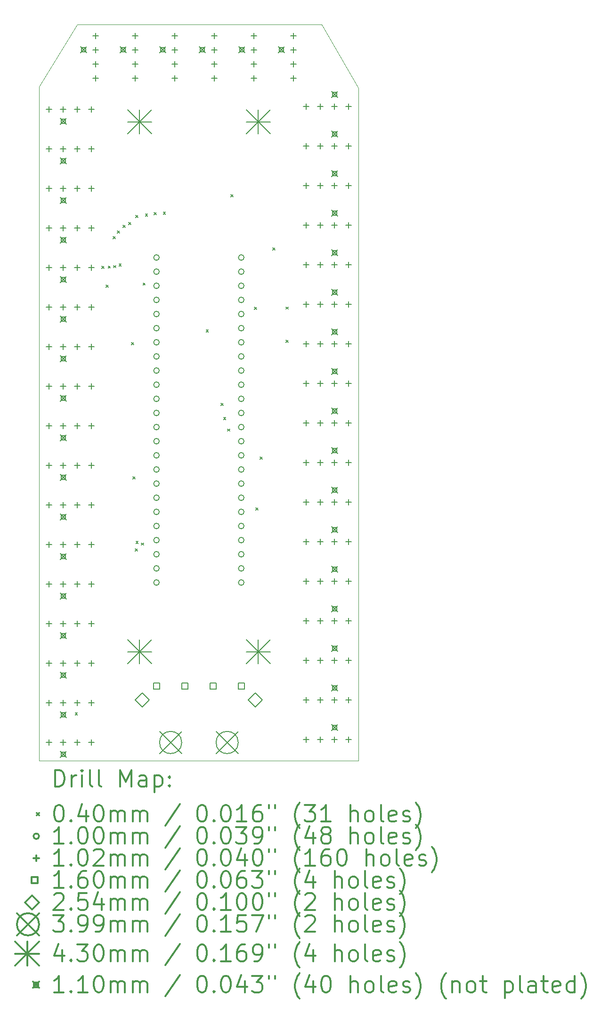
<source format=gbr>
%FSLAX45Y45*%
G04 Gerber Fmt 4.5, Leading zero omitted, Abs format (unit mm)*
G04 Created by KiCad (PCBNEW (5.1.8)-1) date 2021-05-24 16:17:23*
%MOMM*%
%LPD*%
G01*
G04 APERTURE LIST*
%TA.AperFunction,Profile*%
%ADD10C,0.050000*%
%TD*%
%ADD11C,0.200000*%
%ADD12C,0.300000*%
G04 APERTURE END LIST*
D10*
X9829800Y-5435600D02*
X9829800Y-17551400D01*
X10515600Y-4318000D02*
X9829800Y-5435600D01*
X14909800Y-4318000D02*
X10515600Y-4318000D01*
X15570200Y-5461000D02*
X14909800Y-4318000D01*
X15570200Y-17551400D02*
X15570200Y-5461000D01*
X9829800Y-17551400D02*
X15570200Y-17551400D01*
D11*
X10475693Y-16693200D02*
X10515693Y-16733200D01*
X10515693Y-16693200D02*
X10475693Y-16733200D01*
X10952800Y-8666800D02*
X10992800Y-8706800D01*
X10992800Y-8666800D02*
X10952800Y-8706800D01*
X11032772Y-9000262D02*
X11072772Y-9040262D01*
X11072772Y-9000262D02*
X11032772Y-9040262D01*
X11069248Y-8661475D02*
X11109248Y-8701475D01*
X11109248Y-8661475D02*
X11069248Y-8701475D01*
X11156000Y-8133400D02*
X11196000Y-8173400D01*
X11196000Y-8133400D02*
X11156000Y-8173400D01*
X11168794Y-8651946D02*
X11208794Y-8691946D01*
X11208794Y-8651946D02*
X11168794Y-8691946D01*
X11232201Y-8031800D02*
X11272201Y-8071800D01*
X11272201Y-8031800D02*
X11232201Y-8071800D01*
X11263817Y-8620563D02*
X11303817Y-8660563D01*
X11303817Y-8620563D02*
X11263817Y-8660563D01*
X11333800Y-7930200D02*
X11373800Y-7970200D01*
X11373800Y-7930200D02*
X11333800Y-7970200D01*
X11435400Y-7879401D02*
X11475400Y-7919401D01*
X11475400Y-7879401D02*
X11435400Y-7919401D01*
X11486200Y-10038400D02*
X11526200Y-10078400D01*
X11526200Y-10038400D02*
X11486200Y-10078400D01*
X11511599Y-12451400D02*
X11551599Y-12491400D01*
X11551599Y-12451400D02*
X11511599Y-12491400D01*
X11553276Y-13744308D02*
X11593276Y-13784308D01*
X11593276Y-13744308D02*
X11553276Y-13784308D01*
X11562400Y-7752400D02*
X11602400Y-7792400D01*
X11602400Y-7752400D02*
X11562400Y-7792400D01*
X11568909Y-13606634D02*
X11608909Y-13646634D01*
X11608909Y-13606634D02*
X11568909Y-13646634D01*
X11664000Y-13637624D02*
X11704000Y-13677624D01*
X11704000Y-13637624D02*
X11664000Y-13677624D01*
X11696327Y-8964194D02*
X11736327Y-9004194D01*
X11736327Y-8964194D02*
X11696327Y-9004194D01*
X11738496Y-7725296D02*
X11778496Y-7765296D01*
X11778496Y-7725296D02*
X11738496Y-7765296D01*
X11892600Y-7701600D02*
X11932600Y-7741600D01*
X11932600Y-7701600D02*
X11892600Y-7741600D01*
X12060584Y-7691784D02*
X12100584Y-7731784D01*
X12100584Y-7691784D02*
X12060584Y-7731784D01*
X12830905Y-9809800D02*
X12870905Y-9849800D01*
X12870905Y-9809800D02*
X12830905Y-9849800D01*
X13097848Y-11130711D02*
X13137848Y-11170711D01*
X13137848Y-11130711D02*
X13097848Y-11170711D01*
X13142849Y-11384600D02*
X13182849Y-11424600D01*
X13182849Y-11384600D02*
X13142849Y-11424600D01*
X13215350Y-11589750D02*
X13255350Y-11629750D01*
X13255350Y-11589750D02*
X13215350Y-11629750D01*
X13271800Y-7379000D02*
X13311800Y-7419000D01*
X13311800Y-7379000D02*
X13271800Y-7419000D01*
X13696000Y-9403400D02*
X13736000Y-9443400D01*
X13736000Y-9403400D02*
X13696000Y-9443400D01*
X13721400Y-13010200D02*
X13761400Y-13050200D01*
X13761400Y-13010200D02*
X13721400Y-13050200D01*
X13797600Y-12095800D02*
X13837600Y-12135800D01*
X13837600Y-12095800D02*
X13797600Y-12135800D01*
X14026200Y-8336600D02*
X14066200Y-8376600D01*
X14066200Y-8336600D02*
X14026200Y-8376600D01*
X14262400Y-9395800D02*
X14302400Y-9435800D01*
X14302400Y-9395800D02*
X14262400Y-9435800D01*
X14262400Y-9995200D02*
X14302400Y-10035200D01*
X14302400Y-9995200D02*
X14262400Y-10035200D01*
X11988000Y-8509000D02*
G75*
G03*
X11988000Y-8509000I-50000J0D01*
G01*
X11988000Y-8763000D02*
G75*
G03*
X11988000Y-8763000I-50000J0D01*
G01*
X11988000Y-9017000D02*
G75*
G03*
X11988000Y-9017000I-50000J0D01*
G01*
X11988000Y-9271000D02*
G75*
G03*
X11988000Y-9271000I-50000J0D01*
G01*
X11988000Y-9525000D02*
G75*
G03*
X11988000Y-9525000I-50000J0D01*
G01*
X11988000Y-9779000D02*
G75*
G03*
X11988000Y-9779000I-50000J0D01*
G01*
X11988000Y-10033000D02*
G75*
G03*
X11988000Y-10033000I-50000J0D01*
G01*
X11988000Y-10287000D02*
G75*
G03*
X11988000Y-10287000I-50000J0D01*
G01*
X11988000Y-10541000D02*
G75*
G03*
X11988000Y-10541000I-50000J0D01*
G01*
X11988000Y-10795000D02*
G75*
G03*
X11988000Y-10795000I-50000J0D01*
G01*
X11988000Y-11049000D02*
G75*
G03*
X11988000Y-11049000I-50000J0D01*
G01*
X11988000Y-11303000D02*
G75*
G03*
X11988000Y-11303000I-50000J0D01*
G01*
X11988000Y-11557000D02*
G75*
G03*
X11988000Y-11557000I-50000J0D01*
G01*
X11988000Y-11811000D02*
G75*
G03*
X11988000Y-11811000I-50000J0D01*
G01*
X11988000Y-12065000D02*
G75*
G03*
X11988000Y-12065000I-50000J0D01*
G01*
X11988000Y-12319000D02*
G75*
G03*
X11988000Y-12319000I-50000J0D01*
G01*
X11988000Y-12573000D02*
G75*
G03*
X11988000Y-12573000I-50000J0D01*
G01*
X11988000Y-12827000D02*
G75*
G03*
X11988000Y-12827000I-50000J0D01*
G01*
X11988000Y-13081000D02*
G75*
G03*
X11988000Y-13081000I-50000J0D01*
G01*
X11988000Y-13335000D02*
G75*
G03*
X11988000Y-13335000I-50000J0D01*
G01*
X11988000Y-13589000D02*
G75*
G03*
X11988000Y-13589000I-50000J0D01*
G01*
X11988000Y-13843000D02*
G75*
G03*
X11988000Y-13843000I-50000J0D01*
G01*
X11988000Y-14097000D02*
G75*
G03*
X11988000Y-14097000I-50000J0D01*
G01*
X11988000Y-14351000D02*
G75*
G03*
X11988000Y-14351000I-50000J0D01*
G01*
X13512000Y-8509000D02*
G75*
G03*
X13512000Y-8509000I-50000J0D01*
G01*
X13512000Y-8763000D02*
G75*
G03*
X13512000Y-8763000I-50000J0D01*
G01*
X13512000Y-9017000D02*
G75*
G03*
X13512000Y-9017000I-50000J0D01*
G01*
X13512000Y-9271000D02*
G75*
G03*
X13512000Y-9271000I-50000J0D01*
G01*
X13512000Y-9525000D02*
G75*
G03*
X13512000Y-9525000I-50000J0D01*
G01*
X13512000Y-9779000D02*
G75*
G03*
X13512000Y-9779000I-50000J0D01*
G01*
X13512000Y-10033000D02*
G75*
G03*
X13512000Y-10033000I-50000J0D01*
G01*
X13512000Y-10287000D02*
G75*
G03*
X13512000Y-10287000I-50000J0D01*
G01*
X13512000Y-10541000D02*
G75*
G03*
X13512000Y-10541000I-50000J0D01*
G01*
X13512000Y-10795000D02*
G75*
G03*
X13512000Y-10795000I-50000J0D01*
G01*
X13512000Y-11049000D02*
G75*
G03*
X13512000Y-11049000I-50000J0D01*
G01*
X13512000Y-11303000D02*
G75*
G03*
X13512000Y-11303000I-50000J0D01*
G01*
X13512000Y-11557000D02*
G75*
G03*
X13512000Y-11557000I-50000J0D01*
G01*
X13512000Y-11811000D02*
G75*
G03*
X13512000Y-11811000I-50000J0D01*
G01*
X13512000Y-12065000D02*
G75*
G03*
X13512000Y-12065000I-50000J0D01*
G01*
X13512000Y-12319000D02*
G75*
G03*
X13512000Y-12319000I-50000J0D01*
G01*
X13512000Y-12573000D02*
G75*
G03*
X13512000Y-12573000I-50000J0D01*
G01*
X13512000Y-12827000D02*
G75*
G03*
X13512000Y-12827000I-50000J0D01*
G01*
X13512000Y-13081000D02*
G75*
G03*
X13512000Y-13081000I-50000J0D01*
G01*
X13512000Y-13335000D02*
G75*
G03*
X13512000Y-13335000I-50000J0D01*
G01*
X13512000Y-13589000D02*
G75*
G03*
X13512000Y-13589000I-50000J0D01*
G01*
X13512000Y-13843000D02*
G75*
G03*
X13512000Y-13843000I-50000J0D01*
G01*
X13512000Y-14097000D02*
G75*
G03*
X13512000Y-14097000I-50000J0D01*
G01*
X13512000Y-14351000D02*
G75*
G03*
X13512000Y-14351000I-50000J0D01*
G01*
X10007600Y-16459000D02*
X10007600Y-16561000D01*
X9956600Y-16510000D02*
X10058600Y-16510000D01*
X10261600Y-16459000D02*
X10261600Y-16561000D01*
X10210600Y-16510000D02*
X10312600Y-16510000D01*
X10515600Y-16459000D02*
X10515600Y-16561000D01*
X10464600Y-16510000D02*
X10566600Y-16510000D01*
X10769600Y-16459000D02*
X10769600Y-16561000D01*
X10718600Y-16510000D02*
X10820600Y-16510000D01*
X14630400Y-15697000D02*
X14630400Y-15799000D01*
X14579400Y-15748000D02*
X14681400Y-15748000D01*
X14884400Y-15697000D02*
X14884400Y-15799000D01*
X14833400Y-15748000D02*
X14935400Y-15748000D01*
X15138400Y-15697000D02*
X15138400Y-15799000D01*
X15087400Y-15748000D02*
X15189400Y-15748000D01*
X15392400Y-15697000D02*
X15392400Y-15799000D01*
X15341400Y-15748000D02*
X15443400Y-15748000D01*
X12979400Y-4470200D02*
X12979400Y-4572200D01*
X12928400Y-4521200D02*
X13030400Y-4521200D01*
X12979400Y-4724200D02*
X12979400Y-4826200D01*
X12928400Y-4775200D02*
X13030400Y-4775200D01*
X12979400Y-4978200D02*
X12979400Y-5080200D01*
X12928400Y-5029200D02*
X13030400Y-5029200D01*
X12979400Y-5232200D02*
X12979400Y-5334200D01*
X12928400Y-5283200D02*
X13030400Y-5283200D01*
X14630400Y-12852200D02*
X14630400Y-12954200D01*
X14579400Y-12903200D02*
X14681400Y-12903200D01*
X14884400Y-12852200D02*
X14884400Y-12954200D01*
X14833400Y-12903200D02*
X14935400Y-12903200D01*
X15138400Y-12852200D02*
X15138400Y-12954200D01*
X15087400Y-12903200D02*
X15189400Y-12903200D01*
X15392400Y-12852200D02*
X15392400Y-12954200D01*
X15341400Y-12903200D02*
X15443400Y-12903200D01*
X10007600Y-15036600D02*
X10007600Y-15138600D01*
X9956600Y-15087600D02*
X10058600Y-15087600D01*
X10261600Y-15036600D02*
X10261600Y-15138600D01*
X10210600Y-15087600D02*
X10312600Y-15087600D01*
X10515600Y-15036600D02*
X10515600Y-15138600D01*
X10464600Y-15087600D02*
X10566600Y-15087600D01*
X10769600Y-15036600D02*
X10769600Y-15138600D01*
X10718600Y-15087600D02*
X10820600Y-15087600D01*
X10007600Y-9347000D02*
X10007600Y-9449000D01*
X9956600Y-9398000D02*
X10058600Y-9398000D01*
X10261600Y-9347000D02*
X10261600Y-9449000D01*
X10210600Y-9398000D02*
X10312600Y-9398000D01*
X10515600Y-9347000D02*
X10515600Y-9449000D01*
X10464600Y-9398000D02*
X10566600Y-9398000D01*
X10769600Y-9347000D02*
X10769600Y-9449000D01*
X10718600Y-9398000D02*
X10820600Y-9398000D01*
X14630400Y-11429800D02*
X14630400Y-11531800D01*
X14579400Y-11480800D02*
X14681400Y-11480800D01*
X14884400Y-11429800D02*
X14884400Y-11531800D01*
X14833400Y-11480800D02*
X14935400Y-11480800D01*
X15138400Y-11429800D02*
X15138400Y-11531800D01*
X15087400Y-11480800D02*
X15189400Y-11480800D01*
X15392400Y-11429800D02*
X15392400Y-11531800D01*
X15341400Y-11480800D02*
X15443400Y-11480800D01*
X10007600Y-7213400D02*
X10007600Y-7315400D01*
X9956600Y-7264400D02*
X10058600Y-7264400D01*
X10261600Y-7213400D02*
X10261600Y-7315400D01*
X10210600Y-7264400D02*
X10312600Y-7264400D01*
X10515600Y-7213400D02*
X10515600Y-7315400D01*
X10464600Y-7264400D02*
X10566600Y-7264400D01*
X10769600Y-7213400D02*
X10769600Y-7315400D01*
X10718600Y-7264400D02*
X10820600Y-7264400D01*
X14630400Y-10718600D02*
X14630400Y-10820600D01*
X14579400Y-10769600D02*
X14681400Y-10769600D01*
X14884400Y-10718600D02*
X14884400Y-10820600D01*
X14833400Y-10769600D02*
X14935400Y-10769600D01*
X15138400Y-10718600D02*
X15138400Y-10820600D01*
X15087400Y-10769600D02*
X15189400Y-10769600D01*
X15392400Y-10718600D02*
X15392400Y-10820600D01*
X15341400Y-10769600D02*
X15443400Y-10769600D01*
X10007600Y-12191800D02*
X10007600Y-12293800D01*
X9956600Y-12242800D02*
X10058600Y-12242800D01*
X10261600Y-12191800D02*
X10261600Y-12293800D01*
X10210600Y-12242800D02*
X10312600Y-12242800D01*
X10515600Y-12191800D02*
X10515600Y-12293800D01*
X10464600Y-12242800D02*
X10566600Y-12242800D01*
X10769600Y-12191800D02*
X10769600Y-12293800D01*
X10718600Y-12242800D02*
X10820600Y-12242800D01*
X14630400Y-10007400D02*
X14630400Y-10109400D01*
X14579400Y-10058400D02*
X14681400Y-10058400D01*
X14884400Y-10007400D02*
X14884400Y-10109400D01*
X14833400Y-10058400D02*
X14935400Y-10058400D01*
X15138400Y-10007400D02*
X15138400Y-10109400D01*
X15087400Y-10058400D02*
X15189400Y-10058400D01*
X15392400Y-10007400D02*
X15392400Y-10109400D01*
X15341400Y-10058400D02*
X15443400Y-10058400D01*
X10007600Y-10769400D02*
X10007600Y-10871400D01*
X9956600Y-10820400D02*
X10058600Y-10820400D01*
X10261600Y-10769400D02*
X10261600Y-10871400D01*
X10210600Y-10820400D02*
X10312600Y-10820400D01*
X10515600Y-10769400D02*
X10515600Y-10871400D01*
X10464600Y-10820400D02*
X10566600Y-10820400D01*
X10769600Y-10769400D02*
X10769600Y-10871400D01*
X10718600Y-10820400D02*
X10820600Y-10820400D01*
X14630400Y-6451400D02*
X14630400Y-6553400D01*
X14579400Y-6502400D02*
X14681400Y-6502400D01*
X14884400Y-6451400D02*
X14884400Y-6553400D01*
X14833400Y-6502400D02*
X14935400Y-6502400D01*
X15138400Y-6451400D02*
X15138400Y-6553400D01*
X15087400Y-6502400D02*
X15189400Y-6502400D01*
X15392400Y-6451400D02*
X15392400Y-6553400D01*
X15341400Y-6502400D02*
X15443400Y-6502400D01*
X14630400Y-14985800D02*
X14630400Y-15087800D01*
X14579400Y-15036800D02*
X14681400Y-15036800D01*
X14884400Y-14985800D02*
X14884400Y-15087800D01*
X14833400Y-15036800D02*
X14935400Y-15036800D01*
X15138400Y-14985800D02*
X15138400Y-15087800D01*
X15087400Y-15036800D02*
X15189400Y-15036800D01*
X15392400Y-14985800D02*
X15392400Y-15087800D01*
X15341400Y-15036800D02*
X15443400Y-15036800D01*
X14630400Y-12141000D02*
X14630400Y-12243000D01*
X14579400Y-12192000D02*
X14681400Y-12192000D01*
X14884400Y-12141000D02*
X14884400Y-12243000D01*
X14833400Y-12192000D02*
X14935400Y-12192000D01*
X15138400Y-12141000D02*
X15138400Y-12243000D01*
X15087400Y-12192000D02*
X15189400Y-12192000D01*
X15392400Y-12141000D02*
X15392400Y-12243000D01*
X15341400Y-12192000D02*
X15443400Y-12192000D01*
X10007600Y-14325400D02*
X10007600Y-14427400D01*
X9956600Y-14376400D02*
X10058600Y-14376400D01*
X10261600Y-14325400D02*
X10261600Y-14427400D01*
X10210600Y-14376400D02*
X10312600Y-14376400D01*
X10515600Y-14325400D02*
X10515600Y-14427400D01*
X10464600Y-14376400D02*
X10566600Y-14376400D01*
X10769600Y-14325400D02*
X10769600Y-14427400D01*
X10718600Y-14376400D02*
X10820600Y-14376400D01*
X14630400Y-9296200D02*
X14630400Y-9398200D01*
X14579400Y-9347200D02*
X14681400Y-9347200D01*
X14884400Y-9296200D02*
X14884400Y-9398200D01*
X14833400Y-9347200D02*
X14935400Y-9347200D01*
X15138400Y-9296200D02*
X15138400Y-9398200D01*
X15087400Y-9347200D02*
X15189400Y-9347200D01*
X15392400Y-9296200D02*
X15392400Y-9398200D01*
X15341400Y-9347200D02*
X15443400Y-9347200D01*
X12268200Y-4470200D02*
X12268200Y-4572200D01*
X12217200Y-4521200D02*
X12319200Y-4521200D01*
X12268200Y-4724200D02*
X12268200Y-4826200D01*
X12217200Y-4775200D02*
X12319200Y-4775200D01*
X12268200Y-4978200D02*
X12268200Y-5080200D01*
X12217200Y-5029200D02*
X12319200Y-5029200D01*
X12268200Y-5232200D02*
X12268200Y-5334200D01*
X12217200Y-5283200D02*
X12319200Y-5283200D01*
X14630400Y-8585000D02*
X14630400Y-8687000D01*
X14579400Y-8636000D02*
X14681400Y-8636000D01*
X14884400Y-8585000D02*
X14884400Y-8687000D01*
X14833400Y-8636000D02*
X14935400Y-8636000D01*
X15138400Y-8585000D02*
X15138400Y-8687000D01*
X15087400Y-8636000D02*
X15189400Y-8636000D01*
X15392400Y-8585000D02*
X15392400Y-8687000D01*
X15341400Y-8636000D02*
X15443400Y-8636000D01*
X13690600Y-4470200D02*
X13690600Y-4572200D01*
X13639600Y-4521200D02*
X13741600Y-4521200D01*
X13690600Y-4724200D02*
X13690600Y-4826200D01*
X13639600Y-4775200D02*
X13741600Y-4775200D01*
X13690600Y-4978200D02*
X13690600Y-5080200D01*
X13639600Y-5029200D02*
X13741600Y-5029200D01*
X13690600Y-5232200D02*
X13690600Y-5334200D01*
X13639600Y-5283200D02*
X13741600Y-5283200D01*
X10007600Y-8635800D02*
X10007600Y-8737800D01*
X9956600Y-8686800D02*
X10058600Y-8686800D01*
X10261600Y-8635800D02*
X10261600Y-8737800D01*
X10210600Y-8686800D02*
X10312600Y-8686800D01*
X10515600Y-8635800D02*
X10515600Y-8737800D01*
X10464600Y-8686800D02*
X10566600Y-8686800D01*
X10769600Y-8635800D02*
X10769600Y-8737800D01*
X10718600Y-8686800D02*
X10820600Y-8686800D01*
X10007600Y-15747800D02*
X10007600Y-15849800D01*
X9956600Y-15798800D02*
X10058600Y-15798800D01*
X10261600Y-15747800D02*
X10261600Y-15849800D01*
X10210600Y-15798800D02*
X10312600Y-15798800D01*
X10515600Y-15747800D02*
X10515600Y-15849800D01*
X10464600Y-15798800D02*
X10566600Y-15798800D01*
X10769600Y-15747800D02*
X10769600Y-15849800D01*
X10718600Y-15798800D02*
X10820600Y-15798800D01*
X14630400Y-7162600D02*
X14630400Y-7264600D01*
X14579400Y-7213600D02*
X14681400Y-7213600D01*
X14884400Y-7162600D02*
X14884400Y-7264600D01*
X14833400Y-7213600D02*
X14935400Y-7213600D01*
X15138400Y-7162600D02*
X15138400Y-7264600D01*
X15087400Y-7213600D02*
X15189400Y-7213600D01*
X15392400Y-7162600D02*
X15392400Y-7264600D01*
X15341400Y-7213600D02*
X15443400Y-7213600D01*
X10845800Y-4470200D02*
X10845800Y-4572200D01*
X10794800Y-4521200D02*
X10896800Y-4521200D01*
X10845800Y-4724200D02*
X10845800Y-4826200D01*
X10794800Y-4775200D02*
X10896800Y-4775200D01*
X10845800Y-4978200D02*
X10845800Y-5080200D01*
X10794800Y-5029200D02*
X10896800Y-5029200D01*
X10845800Y-5232200D02*
X10845800Y-5334200D01*
X10794800Y-5283200D02*
X10896800Y-5283200D01*
X10007600Y-5791000D02*
X10007600Y-5893000D01*
X9956600Y-5842000D02*
X10058600Y-5842000D01*
X10261600Y-5791000D02*
X10261600Y-5893000D01*
X10210600Y-5842000D02*
X10312600Y-5842000D01*
X10515600Y-5791000D02*
X10515600Y-5893000D01*
X10464600Y-5842000D02*
X10566600Y-5842000D01*
X10769600Y-5791000D02*
X10769600Y-5893000D01*
X10718600Y-5842000D02*
X10820600Y-5842000D01*
X14630400Y-5740200D02*
X14630400Y-5842200D01*
X14579400Y-5791200D02*
X14681400Y-5791200D01*
X14884400Y-5740200D02*
X14884400Y-5842200D01*
X14833400Y-5791200D02*
X14935400Y-5791200D01*
X15138400Y-5740200D02*
X15138400Y-5842200D01*
X15087400Y-5791200D02*
X15189400Y-5791200D01*
X15392400Y-5740200D02*
X15392400Y-5842200D01*
X15341400Y-5791200D02*
X15443400Y-5791200D01*
X10007600Y-11480600D02*
X10007600Y-11582600D01*
X9956600Y-11531600D02*
X10058600Y-11531600D01*
X10261600Y-11480600D02*
X10261600Y-11582600D01*
X10210600Y-11531600D02*
X10312600Y-11531600D01*
X10515600Y-11480600D02*
X10515600Y-11582600D01*
X10464600Y-11531600D02*
X10566600Y-11531600D01*
X10769600Y-11480600D02*
X10769600Y-11582600D01*
X10718600Y-11531600D02*
X10820600Y-11531600D01*
X11557000Y-4470200D02*
X11557000Y-4572200D01*
X11506000Y-4521200D02*
X11608000Y-4521200D01*
X11557000Y-4724200D02*
X11557000Y-4826200D01*
X11506000Y-4775200D02*
X11608000Y-4775200D01*
X11557000Y-4978200D02*
X11557000Y-5080200D01*
X11506000Y-5029200D02*
X11608000Y-5029200D01*
X11557000Y-5232200D02*
X11557000Y-5334200D01*
X11506000Y-5283200D02*
X11608000Y-5283200D01*
X14630400Y-7873800D02*
X14630400Y-7975800D01*
X14579400Y-7924800D02*
X14681400Y-7924800D01*
X14884400Y-7873800D02*
X14884400Y-7975800D01*
X14833400Y-7924800D02*
X14935400Y-7924800D01*
X15138400Y-7873800D02*
X15138400Y-7975800D01*
X15087400Y-7924800D02*
X15189400Y-7924800D01*
X15392400Y-7873800D02*
X15392400Y-7975800D01*
X15341400Y-7924800D02*
X15443400Y-7924800D01*
X10007600Y-7924600D02*
X10007600Y-8026600D01*
X9956600Y-7975600D02*
X10058600Y-7975600D01*
X10261600Y-7924600D02*
X10261600Y-8026600D01*
X10210600Y-7975600D02*
X10312600Y-7975600D01*
X10515600Y-7924600D02*
X10515600Y-8026600D01*
X10464600Y-7975600D02*
X10566600Y-7975600D01*
X10769600Y-7924600D02*
X10769600Y-8026600D01*
X10718600Y-7975600D02*
X10820600Y-7975600D01*
X14630400Y-14274600D02*
X14630400Y-14376600D01*
X14579400Y-14325600D02*
X14681400Y-14325600D01*
X14884400Y-14274600D02*
X14884400Y-14376600D01*
X14833400Y-14325600D02*
X14935400Y-14325600D01*
X15138400Y-14274600D02*
X15138400Y-14376600D01*
X15087400Y-14325600D02*
X15189400Y-14325600D01*
X15392400Y-14274600D02*
X15392400Y-14376600D01*
X15341400Y-14325600D02*
X15443400Y-14325600D01*
X10007600Y-10058200D02*
X10007600Y-10160200D01*
X9956600Y-10109200D02*
X10058600Y-10109200D01*
X10261600Y-10058200D02*
X10261600Y-10160200D01*
X10210600Y-10109200D02*
X10312600Y-10109200D01*
X10515600Y-10058200D02*
X10515600Y-10160200D01*
X10464600Y-10109200D02*
X10566600Y-10109200D01*
X10769600Y-10058200D02*
X10769600Y-10160200D01*
X10718600Y-10109200D02*
X10820600Y-10109200D01*
X10007600Y-12903000D02*
X10007600Y-13005000D01*
X9956600Y-12954000D02*
X10058600Y-12954000D01*
X10261600Y-12903000D02*
X10261600Y-13005000D01*
X10210600Y-12954000D02*
X10312600Y-12954000D01*
X10515600Y-12903000D02*
X10515600Y-13005000D01*
X10464600Y-12954000D02*
X10566600Y-12954000D01*
X10769600Y-12903000D02*
X10769600Y-13005000D01*
X10718600Y-12954000D02*
X10820600Y-12954000D01*
X10007600Y-17170200D02*
X10007600Y-17272200D01*
X9956600Y-17221200D02*
X10058600Y-17221200D01*
X10261600Y-17170200D02*
X10261600Y-17272200D01*
X10210600Y-17221200D02*
X10312600Y-17221200D01*
X10515600Y-17170200D02*
X10515600Y-17272200D01*
X10464600Y-17221200D02*
X10566600Y-17221200D01*
X10769600Y-17170200D02*
X10769600Y-17272200D01*
X10718600Y-17221200D02*
X10820600Y-17221200D01*
X10007600Y-13614200D02*
X10007600Y-13716200D01*
X9956600Y-13665200D02*
X10058600Y-13665200D01*
X10261600Y-13614200D02*
X10261600Y-13716200D01*
X10210600Y-13665200D02*
X10312600Y-13665200D01*
X10515600Y-13614200D02*
X10515600Y-13716200D01*
X10464600Y-13665200D02*
X10566600Y-13665200D01*
X10769600Y-13614200D02*
X10769600Y-13716200D01*
X10718600Y-13665200D02*
X10820600Y-13665200D01*
X14630400Y-16408200D02*
X14630400Y-16510200D01*
X14579400Y-16459200D02*
X14681400Y-16459200D01*
X14884400Y-16408200D02*
X14884400Y-16510200D01*
X14833400Y-16459200D02*
X14935400Y-16459200D01*
X15138400Y-16408200D02*
X15138400Y-16510200D01*
X15087400Y-16459200D02*
X15189400Y-16459200D01*
X15392400Y-16408200D02*
X15392400Y-16510200D01*
X15341400Y-16459200D02*
X15443400Y-16459200D01*
X14630400Y-17119400D02*
X14630400Y-17221400D01*
X14579400Y-17170400D02*
X14681400Y-17170400D01*
X14884400Y-17119400D02*
X14884400Y-17221400D01*
X14833400Y-17170400D02*
X14935400Y-17170400D01*
X15138400Y-17119400D02*
X15138400Y-17221400D01*
X15087400Y-17170400D02*
X15189400Y-17170400D01*
X15392400Y-17119400D02*
X15392400Y-17221400D01*
X15341400Y-17170400D02*
X15443400Y-17170400D01*
X10007600Y-6502200D02*
X10007600Y-6604200D01*
X9956600Y-6553200D02*
X10058600Y-6553200D01*
X10261600Y-6502200D02*
X10261600Y-6604200D01*
X10210600Y-6553200D02*
X10312600Y-6553200D01*
X10515600Y-6502200D02*
X10515600Y-6604200D01*
X10464600Y-6553200D02*
X10566600Y-6553200D01*
X10769600Y-6502200D02*
X10769600Y-6604200D01*
X10718600Y-6553200D02*
X10820600Y-6553200D01*
X14401800Y-4470200D02*
X14401800Y-4572200D01*
X14350800Y-4521200D02*
X14452800Y-4521200D01*
X14401800Y-4724200D02*
X14401800Y-4826200D01*
X14350800Y-4775200D02*
X14452800Y-4775200D01*
X14401800Y-4978200D02*
X14401800Y-5080200D01*
X14350800Y-5029200D02*
X14452800Y-5029200D01*
X14401800Y-5232200D02*
X14401800Y-5334200D01*
X14350800Y-5283200D02*
X14452800Y-5283200D01*
X14630400Y-13563400D02*
X14630400Y-13665400D01*
X14579400Y-13614400D02*
X14681400Y-13614400D01*
X14884400Y-13563400D02*
X14884400Y-13665400D01*
X14833400Y-13614400D02*
X14935400Y-13614400D01*
X15138400Y-13563400D02*
X15138400Y-13665400D01*
X15087400Y-13614400D02*
X15189400Y-13614400D01*
X15392400Y-13563400D02*
X15392400Y-13665400D01*
X15341400Y-13614400D02*
X15443400Y-13614400D01*
X11994569Y-16266069D02*
X11994569Y-16152931D01*
X11881431Y-16152931D01*
X11881431Y-16266069D01*
X11994569Y-16266069D01*
X12502569Y-16266069D02*
X12502569Y-16152931D01*
X12389431Y-16152931D01*
X12389431Y-16266069D01*
X12502569Y-16266069D01*
X13010569Y-16266069D02*
X13010569Y-16152931D01*
X12897431Y-16152931D01*
X12897431Y-16266069D01*
X13010569Y-16266069D01*
X13518569Y-16266069D02*
X13518569Y-16152931D01*
X13405431Y-16152931D01*
X13405431Y-16266069D01*
X13518569Y-16266069D01*
X11684000Y-16590500D02*
X11811000Y-16463500D01*
X11684000Y-16336500D01*
X11557000Y-16463500D01*
X11684000Y-16590500D01*
X13716000Y-16590500D02*
X13843000Y-16463500D01*
X13716000Y-16336500D01*
X13589000Y-16463500D01*
X13716000Y-16590500D01*
X11992500Y-17026000D02*
X12391500Y-17425000D01*
X12391500Y-17026000D02*
X11992500Y-17425000D01*
X12391500Y-17225500D02*
G75*
G03*
X12391500Y-17225500I-199500J0D01*
G01*
X13008500Y-17026000D02*
X13407500Y-17425000D01*
X13407500Y-17026000D02*
X13008500Y-17425000D01*
X13407500Y-17225500D02*
G75*
G03*
X13407500Y-17225500I-199500J0D01*
G01*
X13551800Y-15380600D02*
X13981800Y-15810600D01*
X13981800Y-15380600D02*
X13551800Y-15810600D01*
X13766800Y-15380600D02*
X13766800Y-15810600D01*
X13551800Y-15595600D02*
X13981800Y-15595600D01*
X11418200Y-5855600D02*
X11848200Y-6285600D01*
X11848200Y-5855600D02*
X11418200Y-6285600D01*
X11633200Y-5855600D02*
X11633200Y-6285600D01*
X11418200Y-6070600D02*
X11848200Y-6070600D01*
X11418200Y-15380600D02*
X11848200Y-15810600D01*
X11848200Y-15380600D02*
X11418200Y-15810600D01*
X11633200Y-15380600D02*
X11633200Y-15810600D01*
X11418200Y-15595600D02*
X11848200Y-15595600D01*
X13551800Y-5855600D02*
X13981800Y-6285600D01*
X13981800Y-5855600D02*
X13551800Y-6285600D01*
X13766800Y-5855600D02*
X13766800Y-6285600D01*
X13551800Y-6070600D02*
X13981800Y-6070600D01*
X10574800Y-4720200D02*
X10684800Y-4830200D01*
X10684800Y-4720200D02*
X10574800Y-4830200D01*
X10668691Y-4814091D02*
X10668691Y-4736309D01*
X10590909Y-4736309D01*
X10590909Y-4814091D01*
X10668691Y-4814091D01*
X10206600Y-6003000D02*
X10316600Y-6113000D01*
X10316600Y-6003000D02*
X10206600Y-6113000D01*
X10300491Y-6096891D02*
X10300491Y-6019109D01*
X10222709Y-6019109D01*
X10222709Y-6096891D01*
X10300491Y-6096891D01*
X15083400Y-5520200D02*
X15193400Y-5630200D01*
X15193400Y-5520200D02*
X15083400Y-5630200D01*
X15177291Y-5614091D02*
X15177291Y-5536309D01*
X15099509Y-5536309D01*
X15099509Y-5614091D01*
X15177291Y-5614091D01*
X10206600Y-11692600D02*
X10316600Y-11802600D01*
X10316600Y-11692600D02*
X10206600Y-11802600D01*
X10300491Y-11786491D02*
X10300491Y-11708709D01*
X10222709Y-11708709D01*
X10222709Y-11786491D01*
X10300491Y-11786491D01*
X11286000Y-4720200D02*
X11396000Y-4830200D01*
X11396000Y-4720200D02*
X11286000Y-4830200D01*
X11379891Y-4814091D02*
X11379891Y-4736309D01*
X11302109Y-4736309D01*
X11302109Y-4814091D01*
X11379891Y-4814091D01*
X15083400Y-7653800D02*
X15193400Y-7763800D01*
X15193400Y-7653800D02*
X15083400Y-7763800D01*
X15177291Y-7747691D02*
X15177291Y-7669909D01*
X15099509Y-7669909D01*
X15099509Y-7747691D01*
X15177291Y-7747691D01*
X10206600Y-8136600D02*
X10316600Y-8246600D01*
X10316600Y-8136600D02*
X10206600Y-8246600D01*
X10300491Y-8230491D02*
X10300491Y-8152709D01*
X10222709Y-8152709D01*
X10222709Y-8230491D01*
X10300491Y-8230491D01*
X15083400Y-14054600D02*
X15193400Y-14164600D01*
X15193400Y-14054600D02*
X15083400Y-14164600D01*
X15177291Y-14148491D02*
X15177291Y-14070709D01*
X15099509Y-14070709D01*
X15099509Y-14148491D01*
X15177291Y-14148491D01*
X10206600Y-10270200D02*
X10316600Y-10380200D01*
X10316600Y-10270200D02*
X10206600Y-10380200D01*
X10300491Y-10364091D02*
X10300491Y-10286309D01*
X10222709Y-10286309D01*
X10222709Y-10364091D01*
X10300491Y-10364091D01*
X10206600Y-13115000D02*
X10316600Y-13225000D01*
X10316600Y-13115000D02*
X10206600Y-13225000D01*
X10300491Y-13208891D02*
X10300491Y-13131109D01*
X10222709Y-13131109D01*
X10222709Y-13208891D01*
X10300491Y-13208891D01*
X10206600Y-17382200D02*
X10316600Y-17492200D01*
X10316600Y-17382200D02*
X10206600Y-17492200D01*
X10300491Y-17476091D02*
X10300491Y-17398309D01*
X10222709Y-17398309D01*
X10222709Y-17476091D01*
X10300491Y-17476091D01*
X10206600Y-13826200D02*
X10316600Y-13936200D01*
X10316600Y-13826200D02*
X10206600Y-13936200D01*
X10300491Y-13920091D02*
X10300491Y-13842309D01*
X10222709Y-13842309D01*
X10222709Y-13920091D01*
X10300491Y-13920091D01*
X15083400Y-16188200D02*
X15193400Y-16298200D01*
X15193400Y-16188200D02*
X15083400Y-16298200D01*
X15177291Y-16282091D02*
X15177291Y-16204309D01*
X15099509Y-16204309D01*
X15099509Y-16282091D01*
X15177291Y-16282091D01*
X15083400Y-16899400D02*
X15193400Y-17009400D01*
X15193400Y-16899400D02*
X15083400Y-17009400D01*
X15177291Y-16993291D02*
X15177291Y-16915509D01*
X15099509Y-16915509D01*
X15099509Y-16993291D01*
X15177291Y-16993291D01*
X10206600Y-6714200D02*
X10316600Y-6824200D01*
X10316600Y-6714200D02*
X10206600Y-6824200D01*
X10300491Y-6808091D02*
X10300491Y-6730309D01*
X10222709Y-6730309D01*
X10222709Y-6808091D01*
X10300491Y-6808091D01*
X14130800Y-4720200D02*
X14240800Y-4830200D01*
X14240800Y-4720200D02*
X14130800Y-4830200D01*
X14224691Y-4814091D02*
X14224691Y-4736309D01*
X14146909Y-4736309D01*
X14146909Y-4814091D01*
X14224691Y-4814091D01*
X15083400Y-13343400D02*
X15193400Y-13453400D01*
X15193400Y-13343400D02*
X15083400Y-13453400D01*
X15177291Y-13437291D02*
X15177291Y-13359509D01*
X15099509Y-13359509D01*
X15099509Y-13437291D01*
X15177291Y-13437291D01*
X10206600Y-16671000D02*
X10316600Y-16781000D01*
X10316600Y-16671000D02*
X10206600Y-16781000D01*
X10300491Y-16764891D02*
X10300491Y-16687109D01*
X10222709Y-16687109D01*
X10222709Y-16764891D01*
X10300491Y-16764891D01*
X15083400Y-15477000D02*
X15193400Y-15587000D01*
X15193400Y-15477000D02*
X15083400Y-15587000D01*
X15177291Y-15570891D02*
X15177291Y-15493109D01*
X15099509Y-15493109D01*
X15099509Y-15570891D01*
X15177291Y-15570891D01*
X12708400Y-4720200D02*
X12818400Y-4830200D01*
X12818400Y-4720200D02*
X12708400Y-4830200D01*
X12802291Y-4814091D02*
X12802291Y-4736309D01*
X12724509Y-4736309D01*
X12724509Y-4814091D01*
X12802291Y-4814091D01*
X15083400Y-12632200D02*
X15193400Y-12742200D01*
X15193400Y-12632200D02*
X15083400Y-12742200D01*
X15177291Y-12726091D02*
X15177291Y-12648309D01*
X15099509Y-12648309D01*
X15099509Y-12726091D01*
X15177291Y-12726091D01*
X10206600Y-15248600D02*
X10316600Y-15358600D01*
X10316600Y-15248600D02*
X10206600Y-15358600D01*
X10300491Y-15342491D02*
X10300491Y-15264709D01*
X10222709Y-15264709D01*
X10222709Y-15342491D01*
X10300491Y-15342491D01*
X10206600Y-9559000D02*
X10316600Y-9669000D01*
X10316600Y-9559000D02*
X10206600Y-9669000D01*
X10300491Y-9652891D02*
X10300491Y-9575109D01*
X10222709Y-9575109D01*
X10222709Y-9652891D01*
X10300491Y-9652891D01*
X15083400Y-11209800D02*
X15193400Y-11319800D01*
X15193400Y-11209800D02*
X15083400Y-11319800D01*
X15177291Y-11303691D02*
X15177291Y-11225909D01*
X15099509Y-11225909D01*
X15099509Y-11303691D01*
X15177291Y-11303691D01*
X10206600Y-7425400D02*
X10316600Y-7535400D01*
X10316600Y-7425400D02*
X10206600Y-7535400D01*
X10300491Y-7519291D02*
X10300491Y-7441509D01*
X10222709Y-7441509D01*
X10222709Y-7519291D01*
X10300491Y-7519291D01*
X15083400Y-10498600D02*
X15193400Y-10608600D01*
X15193400Y-10498600D02*
X15083400Y-10608600D01*
X15177291Y-10592491D02*
X15177291Y-10514709D01*
X15099509Y-10514709D01*
X15099509Y-10592491D01*
X15177291Y-10592491D01*
X10206600Y-12403800D02*
X10316600Y-12513800D01*
X10316600Y-12403800D02*
X10206600Y-12513800D01*
X10300491Y-12497691D02*
X10300491Y-12419909D01*
X10222709Y-12419909D01*
X10222709Y-12497691D01*
X10300491Y-12497691D01*
X15083400Y-9787400D02*
X15193400Y-9897400D01*
X15193400Y-9787400D02*
X15083400Y-9897400D01*
X15177291Y-9881291D02*
X15177291Y-9803509D01*
X15099509Y-9803509D01*
X15099509Y-9881291D01*
X15177291Y-9881291D01*
X10206600Y-10981400D02*
X10316600Y-11091400D01*
X10316600Y-10981400D02*
X10206600Y-11091400D01*
X10300491Y-11075291D02*
X10300491Y-10997509D01*
X10222709Y-10997509D01*
X10222709Y-11075291D01*
X10300491Y-11075291D01*
X15083400Y-6231400D02*
X15193400Y-6341400D01*
X15193400Y-6231400D02*
X15083400Y-6341400D01*
X15177291Y-6325291D02*
X15177291Y-6247509D01*
X15099509Y-6247509D01*
X15099509Y-6325291D01*
X15177291Y-6325291D01*
X15083400Y-14765800D02*
X15193400Y-14875800D01*
X15193400Y-14765800D02*
X15083400Y-14875800D01*
X15177291Y-14859691D02*
X15177291Y-14781909D01*
X15099509Y-14781909D01*
X15099509Y-14859691D01*
X15177291Y-14859691D01*
X15083400Y-11921000D02*
X15193400Y-12031000D01*
X15193400Y-11921000D02*
X15083400Y-12031000D01*
X15177291Y-12014891D02*
X15177291Y-11937109D01*
X15099509Y-11937109D01*
X15099509Y-12014891D01*
X15177291Y-12014891D01*
X10206600Y-14537400D02*
X10316600Y-14647400D01*
X10316600Y-14537400D02*
X10206600Y-14647400D01*
X10300491Y-14631291D02*
X10300491Y-14553509D01*
X10222709Y-14553509D01*
X10222709Y-14631291D01*
X10300491Y-14631291D01*
X15083400Y-9076200D02*
X15193400Y-9186200D01*
X15193400Y-9076200D02*
X15083400Y-9186200D01*
X15177291Y-9170091D02*
X15177291Y-9092309D01*
X15099509Y-9092309D01*
X15099509Y-9170091D01*
X15177291Y-9170091D01*
X11997200Y-4720200D02*
X12107200Y-4830200D01*
X12107200Y-4720200D02*
X11997200Y-4830200D01*
X12091091Y-4814091D02*
X12091091Y-4736309D01*
X12013309Y-4736309D01*
X12013309Y-4814091D01*
X12091091Y-4814091D01*
X15083400Y-8365000D02*
X15193400Y-8475000D01*
X15193400Y-8365000D02*
X15083400Y-8475000D01*
X15177291Y-8458891D02*
X15177291Y-8381109D01*
X15099509Y-8381109D01*
X15099509Y-8458891D01*
X15177291Y-8458891D01*
X13419600Y-4720200D02*
X13529600Y-4830200D01*
X13529600Y-4720200D02*
X13419600Y-4830200D01*
X13513491Y-4814091D02*
X13513491Y-4736309D01*
X13435709Y-4736309D01*
X13435709Y-4814091D01*
X13513491Y-4814091D01*
X10206600Y-8847800D02*
X10316600Y-8957800D01*
X10316600Y-8847800D02*
X10206600Y-8957800D01*
X10300491Y-8941691D02*
X10300491Y-8863909D01*
X10222709Y-8863909D01*
X10222709Y-8941691D01*
X10300491Y-8941691D01*
X10206600Y-15959800D02*
X10316600Y-16069800D01*
X10316600Y-15959800D02*
X10206600Y-16069800D01*
X10300491Y-16053691D02*
X10300491Y-15975909D01*
X10222709Y-15975909D01*
X10222709Y-16053691D01*
X10300491Y-16053691D01*
X15083400Y-6942600D02*
X15193400Y-7052600D01*
X15193400Y-6942600D02*
X15083400Y-7052600D01*
X15177291Y-7036491D02*
X15177291Y-6958709D01*
X15099509Y-6958709D01*
X15099509Y-7036491D01*
X15177291Y-7036491D01*
D12*
X10113728Y-18019614D02*
X10113728Y-17719614D01*
X10185157Y-17719614D01*
X10228014Y-17733900D01*
X10256586Y-17762472D01*
X10270871Y-17791043D01*
X10285157Y-17848186D01*
X10285157Y-17891043D01*
X10270871Y-17948186D01*
X10256586Y-17976757D01*
X10228014Y-18005329D01*
X10185157Y-18019614D01*
X10113728Y-18019614D01*
X10413728Y-18019614D02*
X10413728Y-17819614D01*
X10413728Y-17876757D02*
X10428014Y-17848186D01*
X10442300Y-17833900D01*
X10470871Y-17819614D01*
X10499443Y-17819614D01*
X10599443Y-18019614D02*
X10599443Y-17819614D01*
X10599443Y-17719614D02*
X10585157Y-17733900D01*
X10599443Y-17748186D01*
X10613728Y-17733900D01*
X10599443Y-17719614D01*
X10599443Y-17748186D01*
X10785157Y-18019614D02*
X10756586Y-18005329D01*
X10742300Y-17976757D01*
X10742300Y-17719614D01*
X10942300Y-18019614D02*
X10913728Y-18005329D01*
X10899443Y-17976757D01*
X10899443Y-17719614D01*
X11285157Y-18019614D02*
X11285157Y-17719614D01*
X11385157Y-17933900D01*
X11485157Y-17719614D01*
X11485157Y-18019614D01*
X11756586Y-18019614D02*
X11756586Y-17862472D01*
X11742300Y-17833900D01*
X11713728Y-17819614D01*
X11656586Y-17819614D01*
X11628014Y-17833900D01*
X11756586Y-18005329D02*
X11728014Y-18019614D01*
X11656586Y-18019614D01*
X11628014Y-18005329D01*
X11613728Y-17976757D01*
X11613728Y-17948186D01*
X11628014Y-17919614D01*
X11656586Y-17905329D01*
X11728014Y-17905329D01*
X11756586Y-17891043D01*
X11899443Y-17819614D02*
X11899443Y-18119614D01*
X11899443Y-17833900D02*
X11928014Y-17819614D01*
X11985157Y-17819614D01*
X12013728Y-17833900D01*
X12028014Y-17848186D01*
X12042300Y-17876757D01*
X12042300Y-17962472D01*
X12028014Y-17991043D01*
X12013728Y-18005329D01*
X11985157Y-18019614D01*
X11928014Y-18019614D01*
X11899443Y-18005329D01*
X12170871Y-17991043D02*
X12185157Y-18005329D01*
X12170871Y-18019614D01*
X12156586Y-18005329D01*
X12170871Y-17991043D01*
X12170871Y-18019614D01*
X12170871Y-17833900D02*
X12185157Y-17848186D01*
X12170871Y-17862472D01*
X12156586Y-17848186D01*
X12170871Y-17833900D01*
X12170871Y-17862472D01*
X9787300Y-18493900D02*
X9827300Y-18533900D01*
X9827300Y-18493900D02*
X9787300Y-18533900D01*
X10170871Y-18349614D02*
X10199443Y-18349614D01*
X10228014Y-18363900D01*
X10242300Y-18378186D01*
X10256586Y-18406757D01*
X10270871Y-18463900D01*
X10270871Y-18535329D01*
X10256586Y-18592472D01*
X10242300Y-18621043D01*
X10228014Y-18635329D01*
X10199443Y-18649614D01*
X10170871Y-18649614D01*
X10142300Y-18635329D01*
X10128014Y-18621043D01*
X10113728Y-18592472D01*
X10099443Y-18535329D01*
X10099443Y-18463900D01*
X10113728Y-18406757D01*
X10128014Y-18378186D01*
X10142300Y-18363900D01*
X10170871Y-18349614D01*
X10399443Y-18621043D02*
X10413728Y-18635329D01*
X10399443Y-18649614D01*
X10385157Y-18635329D01*
X10399443Y-18621043D01*
X10399443Y-18649614D01*
X10670871Y-18449614D02*
X10670871Y-18649614D01*
X10599443Y-18335329D02*
X10528014Y-18549614D01*
X10713728Y-18549614D01*
X10885157Y-18349614D02*
X10913728Y-18349614D01*
X10942300Y-18363900D01*
X10956586Y-18378186D01*
X10970871Y-18406757D01*
X10985157Y-18463900D01*
X10985157Y-18535329D01*
X10970871Y-18592472D01*
X10956586Y-18621043D01*
X10942300Y-18635329D01*
X10913728Y-18649614D01*
X10885157Y-18649614D01*
X10856586Y-18635329D01*
X10842300Y-18621043D01*
X10828014Y-18592472D01*
X10813728Y-18535329D01*
X10813728Y-18463900D01*
X10828014Y-18406757D01*
X10842300Y-18378186D01*
X10856586Y-18363900D01*
X10885157Y-18349614D01*
X11113728Y-18649614D02*
X11113728Y-18449614D01*
X11113728Y-18478186D02*
X11128014Y-18463900D01*
X11156586Y-18449614D01*
X11199443Y-18449614D01*
X11228014Y-18463900D01*
X11242300Y-18492472D01*
X11242300Y-18649614D01*
X11242300Y-18492472D02*
X11256586Y-18463900D01*
X11285157Y-18449614D01*
X11328014Y-18449614D01*
X11356586Y-18463900D01*
X11370871Y-18492472D01*
X11370871Y-18649614D01*
X11513728Y-18649614D02*
X11513728Y-18449614D01*
X11513728Y-18478186D02*
X11528014Y-18463900D01*
X11556586Y-18449614D01*
X11599443Y-18449614D01*
X11628014Y-18463900D01*
X11642300Y-18492472D01*
X11642300Y-18649614D01*
X11642300Y-18492472D02*
X11656586Y-18463900D01*
X11685157Y-18449614D01*
X11728014Y-18449614D01*
X11756586Y-18463900D01*
X11770871Y-18492472D01*
X11770871Y-18649614D01*
X12356586Y-18335329D02*
X12099443Y-18721043D01*
X12742300Y-18349614D02*
X12770871Y-18349614D01*
X12799443Y-18363900D01*
X12813728Y-18378186D01*
X12828014Y-18406757D01*
X12842300Y-18463900D01*
X12842300Y-18535329D01*
X12828014Y-18592472D01*
X12813728Y-18621043D01*
X12799443Y-18635329D01*
X12770871Y-18649614D01*
X12742300Y-18649614D01*
X12713728Y-18635329D01*
X12699443Y-18621043D01*
X12685157Y-18592472D01*
X12670871Y-18535329D01*
X12670871Y-18463900D01*
X12685157Y-18406757D01*
X12699443Y-18378186D01*
X12713728Y-18363900D01*
X12742300Y-18349614D01*
X12970871Y-18621043D02*
X12985157Y-18635329D01*
X12970871Y-18649614D01*
X12956586Y-18635329D01*
X12970871Y-18621043D01*
X12970871Y-18649614D01*
X13170871Y-18349614D02*
X13199443Y-18349614D01*
X13228014Y-18363900D01*
X13242300Y-18378186D01*
X13256586Y-18406757D01*
X13270871Y-18463900D01*
X13270871Y-18535329D01*
X13256586Y-18592472D01*
X13242300Y-18621043D01*
X13228014Y-18635329D01*
X13199443Y-18649614D01*
X13170871Y-18649614D01*
X13142300Y-18635329D01*
X13128014Y-18621043D01*
X13113728Y-18592472D01*
X13099443Y-18535329D01*
X13099443Y-18463900D01*
X13113728Y-18406757D01*
X13128014Y-18378186D01*
X13142300Y-18363900D01*
X13170871Y-18349614D01*
X13556586Y-18649614D02*
X13385157Y-18649614D01*
X13470871Y-18649614D02*
X13470871Y-18349614D01*
X13442300Y-18392472D01*
X13413728Y-18421043D01*
X13385157Y-18435329D01*
X13813728Y-18349614D02*
X13756586Y-18349614D01*
X13728014Y-18363900D01*
X13713728Y-18378186D01*
X13685157Y-18421043D01*
X13670871Y-18478186D01*
X13670871Y-18592472D01*
X13685157Y-18621043D01*
X13699443Y-18635329D01*
X13728014Y-18649614D01*
X13785157Y-18649614D01*
X13813728Y-18635329D01*
X13828014Y-18621043D01*
X13842300Y-18592472D01*
X13842300Y-18521043D01*
X13828014Y-18492472D01*
X13813728Y-18478186D01*
X13785157Y-18463900D01*
X13728014Y-18463900D01*
X13699443Y-18478186D01*
X13685157Y-18492472D01*
X13670871Y-18521043D01*
X13956586Y-18349614D02*
X13956586Y-18406757D01*
X14070871Y-18349614D02*
X14070871Y-18406757D01*
X14513728Y-18763900D02*
X14499443Y-18749614D01*
X14470871Y-18706757D01*
X14456586Y-18678186D01*
X14442300Y-18635329D01*
X14428014Y-18563900D01*
X14428014Y-18506757D01*
X14442300Y-18435329D01*
X14456586Y-18392472D01*
X14470871Y-18363900D01*
X14499443Y-18321043D01*
X14513728Y-18306757D01*
X14599443Y-18349614D02*
X14785157Y-18349614D01*
X14685157Y-18463900D01*
X14728014Y-18463900D01*
X14756586Y-18478186D01*
X14770871Y-18492472D01*
X14785157Y-18521043D01*
X14785157Y-18592472D01*
X14770871Y-18621043D01*
X14756586Y-18635329D01*
X14728014Y-18649614D01*
X14642300Y-18649614D01*
X14613728Y-18635329D01*
X14599443Y-18621043D01*
X15070871Y-18649614D02*
X14899443Y-18649614D01*
X14985157Y-18649614D02*
X14985157Y-18349614D01*
X14956586Y-18392472D01*
X14928014Y-18421043D01*
X14899443Y-18435329D01*
X15428014Y-18649614D02*
X15428014Y-18349614D01*
X15556586Y-18649614D02*
X15556586Y-18492472D01*
X15542300Y-18463900D01*
X15513728Y-18449614D01*
X15470871Y-18449614D01*
X15442300Y-18463900D01*
X15428014Y-18478186D01*
X15742300Y-18649614D02*
X15713728Y-18635329D01*
X15699443Y-18621043D01*
X15685157Y-18592472D01*
X15685157Y-18506757D01*
X15699443Y-18478186D01*
X15713728Y-18463900D01*
X15742300Y-18449614D01*
X15785157Y-18449614D01*
X15813728Y-18463900D01*
X15828014Y-18478186D01*
X15842300Y-18506757D01*
X15842300Y-18592472D01*
X15828014Y-18621043D01*
X15813728Y-18635329D01*
X15785157Y-18649614D01*
X15742300Y-18649614D01*
X16013728Y-18649614D02*
X15985157Y-18635329D01*
X15970871Y-18606757D01*
X15970871Y-18349614D01*
X16242300Y-18635329D02*
X16213728Y-18649614D01*
X16156586Y-18649614D01*
X16128014Y-18635329D01*
X16113728Y-18606757D01*
X16113728Y-18492472D01*
X16128014Y-18463900D01*
X16156586Y-18449614D01*
X16213728Y-18449614D01*
X16242300Y-18463900D01*
X16256586Y-18492472D01*
X16256586Y-18521043D01*
X16113728Y-18549614D01*
X16370871Y-18635329D02*
X16399443Y-18649614D01*
X16456586Y-18649614D01*
X16485157Y-18635329D01*
X16499443Y-18606757D01*
X16499443Y-18592472D01*
X16485157Y-18563900D01*
X16456586Y-18549614D01*
X16413728Y-18549614D01*
X16385157Y-18535329D01*
X16370871Y-18506757D01*
X16370871Y-18492472D01*
X16385157Y-18463900D01*
X16413728Y-18449614D01*
X16456586Y-18449614D01*
X16485157Y-18463900D01*
X16599443Y-18763900D02*
X16613728Y-18749614D01*
X16642300Y-18706757D01*
X16656586Y-18678186D01*
X16670871Y-18635329D01*
X16685157Y-18563900D01*
X16685157Y-18506757D01*
X16670871Y-18435329D01*
X16656586Y-18392472D01*
X16642300Y-18363900D01*
X16613728Y-18321043D01*
X16599443Y-18306757D01*
X9827300Y-18909900D02*
G75*
G03*
X9827300Y-18909900I-50000J0D01*
G01*
X10270871Y-19045614D02*
X10099443Y-19045614D01*
X10185157Y-19045614D02*
X10185157Y-18745614D01*
X10156586Y-18788472D01*
X10128014Y-18817043D01*
X10099443Y-18831329D01*
X10399443Y-19017043D02*
X10413728Y-19031329D01*
X10399443Y-19045614D01*
X10385157Y-19031329D01*
X10399443Y-19017043D01*
X10399443Y-19045614D01*
X10599443Y-18745614D02*
X10628014Y-18745614D01*
X10656586Y-18759900D01*
X10670871Y-18774186D01*
X10685157Y-18802757D01*
X10699443Y-18859900D01*
X10699443Y-18931329D01*
X10685157Y-18988472D01*
X10670871Y-19017043D01*
X10656586Y-19031329D01*
X10628014Y-19045614D01*
X10599443Y-19045614D01*
X10570871Y-19031329D01*
X10556586Y-19017043D01*
X10542300Y-18988472D01*
X10528014Y-18931329D01*
X10528014Y-18859900D01*
X10542300Y-18802757D01*
X10556586Y-18774186D01*
X10570871Y-18759900D01*
X10599443Y-18745614D01*
X10885157Y-18745614D02*
X10913728Y-18745614D01*
X10942300Y-18759900D01*
X10956586Y-18774186D01*
X10970871Y-18802757D01*
X10985157Y-18859900D01*
X10985157Y-18931329D01*
X10970871Y-18988472D01*
X10956586Y-19017043D01*
X10942300Y-19031329D01*
X10913728Y-19045614D01*
X10885157Y-19045614D01*
X10856586Y-19031329D01*
X10842300Y-19017043D01*
X10828014Y-18988472D01*
X10813728Y-18931329D01*
X10813728Y-18859900D01*
X10828014Y-18802757D01*
X10842300Y-18774186D01*
X10856586Y-18759900D01*
X10885157Y-18745614D01*
X11113728Y-19045614D02*
X11113728Y-18845614D01*
X11113728Y-18874186D02*
X11128014Y-18859900D01*
X11156586Y-18845614D01*
X11199443Y-18845614D01*
X11228014Y-18859900D01*
X11242300Y-18888472D01*
X11242300Y-19045614D01*
X11242300Y-18888472D02*
X11256586Y-18859900D01*
X11285157Y-18845614D01*
X11328014Y-18845614D01*
X11356586Y-18859900D01*
X11370871Y-18888472D01*
X11370871Y-19045614D01*
X11513728Y-19045614D02*
X11513728Y-18845614D01*
X11513728Y-18874186D02*
X11528014Y-18859900D01*
X11556586Y-18845614D01*
X11599443Y-18845614D01*
X11628014Y-18859900D01*
X11642300Y-18888472D01*
X11642300Y-19045614D01*
X11642300Y-18888472D02*
X11656586Y-18859900D01*
X11685157Y-18845614D01*
X11728014Y-18845614D01*
X11756586Y-18859900D01*
X11770871Y-18888472D01*
X11770871Y-19045614D01*
X12356586Y-18731329D02*
X12099443Y-19117043D01*
X12742300Y-18745614D02*
X12770871Y-18745614D01*
X12799443Y-18759900D01*
X12813728Y-18774186D01*
X12828014Y-18802757D01*
X12842300Y-18859900D01*
X12842300Y-18931329D01*
X12828014Y-18988472D01*
X12813728Y-19017043D01*
X12799443Y-19031329D01*
X12770871Y-19045614D01*
X12742300Y-19045614D01*
X12713728Y-19031329D01*
X12699443Y-19017043D01*
X12685157Y-18988472D01*
X12670871Y-18931329D01*
X12670871Y-18859900D01*
X12685157Y-18802757D01*
X12699443Y-18774186D01*
X12713728Y-18759900D01*
X12742300Y-18745614D01*
X12970871Y-19017043D02*
X12985157Y-19031329D01*
X12970871Y-19045614D01*
X12956586Y-19031329D01*
X12970871Y-19017043D01*
X12970871Y-19045614D01*
X13170871Y-18745614D02*
X13199443Y-18745614D01*
X13228014Y-18759900D01*
X13242300Y-18774186D01*
X13256586Y-18802757D01*
X13270871Y-18859900D01*
X13270871Y-18931329D01*
X13256586Y-18988472D01*
X13242300Y-19017043D01*
X13228014Y-19031329D01*
X13199443Y-19045614D01*
X13170871Y-19045614D01*
X13142300Y-19031329D01*
X13128014Y-19017043D01*
X13113728Y-18988472D01*
X13099443Y-18931329D01*
X13099443Y-18859900D01*
X13113728Y-18802757D01*
X13128014Y-18774186D01*
X13142300Y-18759900D01*
X13170871Y-18745614D01*
X13370871Y-18745614D02*
X13556586Y-18745614D01*
X13456586Y-18859900D01*
X13499443Y-18859900D01*
X13528014Y-18874186D01*
X13542300Y-18888472D01*
X13556586Y-18917043D01*
X13556586Y-18988472D01*
X13542300Y-19017043D01*
X13528014Y-19031329D01*
X13499443Y-19045614D01*
X13413728Y-19045614D01*
X13385157Y-19031329D01*
X13370871Y-19017043D01*
X13699443Y-19045614D02*
X13756586Y-19045614D01*
X13785157Y-19031329D01*
X13799443Y-19017043D01*
X13828014Y-18974186D01*
X13842300Y-18917043D01*
X13842300Y-18802757D01*
X13828014Y-18774186D01*
X13813728Y-18759900D01*
X13785157Y-18745614D01*
X13728014Y-18745614D01*
X13699443Y-18759900D01*
X13685157Y-18774186D01*
X13670871Y-18802757D01*
X13670871Y-18874186D01*
X13685157Y-18902757D01*
X13699443Y-18917043D01*
X13728014Y-18931329D01*
X13785157Y-18931329D01*
X13813728Y-18917043D01*
X13828014Y-18902757D01*
X13842300Y-18874186D01*
X13956586Y-18745614D02*
X13956586Y-18802757D01*
X14070871Y-18745614D02*
X14070871Y-18802757D01*
X14513728Y-19159900D02*
X14499443Y-19145614D01*
X14470871Y-19102757D01*
X14456586Y-19074186D01*
X14442300Y-19031329D01*
X14428014Y-18959900D01*
X14428014Y-18902757D01*
X14442300Y-18831329D01*
X14456586Y-18788472D01*
X14470871Y-18759900D01*
X14499443Y-18717043D01*
X14513728Y-18702757D01*
X14756586Y-18845614D02*
X14756586Y-19045614D01*
X14685157Y-18731329D02*
X14613728Y-18945614D01*
X14799443Y-18945614D01*
X14956586Y-18874186D02*
X14928014Y-18859900D01*
X14913728Y-18845614D01*
X14899443Y-18817043D01*
X14899443Y-18802757D01*
X14913728Y-18774186D01*
X14928014Y-18759900D01*
X14956586Y-18745614D01*
X15013728Y-18745614D01*
X15042300Y-18759900D01*
X15056586Y-18774186D01*
X15070871Y-18802757D01*
X15070871Y-18817043D01*
X15056586Y-18845614D01*
X15042300Y-18859900D01*
X15013728Y-18874186D01*
X14956586Y-18874186D01*
X14928014Y-18888472D01*
X14913728Y-18902757D01*
X14899443Y-18931329D01*
X14899443Y-18988472D01*
X14913728Y-19017043D01*
X14928014Y-19031329D01*
X14956586Y-19045614D01*
X15013728Y-19045614D01*
X15042300Y-19031329D01*
X15056586Y-19017043D01*
X15070871Y-18988472D01*
X15070871Y-18931329D01*
X15056586Y-18902757D01*
X15042300Y-18888472D01*
X15013728Y-18874186D01*
X15428014Y-19045614D02*
X15428014Y-18745614D01*
X15556586Y-19045614D02*
X15556586Y-18888472D01*
X15542300Y-18859900D01*
X15513728Y-18845614D01*
X15470871Y-18845614D01*
X15442300Y-18859900D01*
X15428014Y-18874186D01*
X15742300Y-19045614D02*
X15713728Y-19031329D01*
X15699443Y-19017043D01*
X15685157Y-18988472D01*
X15685157Y-18902757D01*
X15699443Y-18874186D01*
X15713728Y-18859900D01*
X15742300Y-18845614D01*
X15785157Y-18845614D01*
X15813728Y-18859900D01*
X15828014Y-18874186D01*
X15842300Y-18902757D01*
X15842300Y-18988472D01*
X15828014Y-19017043D01*
X15813728Y-19031329D01*
X15785157Y-19045614D01*
X15742300Y-19045614D01*
X16013728Y-19045614D02*
X15985157Y-19031329D01*
X15970871Y-19002757D01*
X15970871Y-18745614D01*
X16242300Y-19031329D02*
X16213728Y-19045614D01*
X16156586Y-19045614D01*
X16128014Y-19031329D01*
X16113728Y-19002757D01*
X16113728Y-18888472D01*
X16128014Y-18859900D01*
X16156586Y-18845614D01*
X16213728Y-18845614D01*
X16242300Y-18859900D01*
X16256586Y-18888472D01*
X16256586Y-18917043D01*
X16113728Y-18945614D01*
X16370871Y-19031329D02*
X16399443Y-19045614D01*
X16456586Y-19045614D01*
X16485157Y-19031329D01*
X16499443Y-19002757D01*
X16499443Y-18988472D01*
X16485157Y-18959900D01*
X16456586Y-18945614D01*
X16413728Y-18945614D01*
X16385157Y-18931329D01*
X16370871Y-18902757D01*
X16370871Y-18888472D01*
X16385157Y-18859900D01*
X16413728Y-18845614D01*
X16456586Y-18845614D01*
X16485157Y-18859900D01*
X16599443Y-19159900D02*
X16613728Y-19145614D01*
X16642300Y-19102757D01*
X16656586Y-19074186D01*
X16670871Y-19031329D01*
X16685157Y-18959900D01*
X16685157Y-18902757D01*
X16670871Y-18831329D01*
X16656586Y-18788472D01*
X16642300Y-18759900D01*
X16613728Y-18717043D01*
X16599443Y-18702757D01*
X9776300Y-19254900D02*
X9776300Y-19356900D01*
X9725300Y-19305900D02*
X9827300Y-19305900D01*
X10270871Y-19441614D02*
X10099443Y-19441614D01*
X10185157Y-19441614D02*
X10185157Y-19141614D01*
X10156586Y-19184472D01*
X10128014Y-19213043D01*
X10099443Y-19227329D01*
X10399443Y-19413043D02*
X10413728Y-19427329D01*
X10399443Y-19441614D01*
X10385157Y-19427329D01*
X10399443Y-19413043D01*
X10399443Y-19441614D01*
X10599443Y-19141614D02*
X10628014Y-19141614D01*
X10656586Y-19155900D01*
X10670871Y-19170186D01*
X10685157Y-19198757D01*
X10699443Y-19255900D01*
X10699443Y-19327329D01*
X10685157Y-19384472D01*
X10670871Y-19413043D01*
X10656586Y-19427329D01*
X10628014Y-19441614D01*
X10599443Y-19441614D01*
X10570871Y-19427329D01*
X10556586Y-19413043D01*
X10542300Y-19384472D01*
X10528014Y-19327329D01*
X10528014Y-19255900D01*
X10542300Y-19198757D01*
X10556586Y-19170186D01*
X10570871Y-19155900D01*
X10599443Y-19141614D01*
X10813728Y-19170186D02*
X10828014Y-19155900D01*
X10856586Y-19141614D01*
X10928014Y-19141614D01*
X10956586Y-19155900D01*
X10970871Y-19170186D01*
X10985157Y-19198757D01*
X10985157Y-19227329D01*
X10970871Y-19270186D01*
X10799443Y-19441614D01*
X10985157Y-19441614D01*
X11113728Y-19441614D02*
X11113728Y-19241614D01*
X11113728Y-19270186D02*
X11128014Y-19255900D01*
X11156586Y-19241614D01*
X11199443Y-19241614D01*
X11228014Y-19255900D01*
X11242300Y-19284472D01*
X11242300Y-19441614D01*
X11242300Y-19284472D02*
X11256586Y-19255900D01*
X11285157Y-19241614D01*
X11328014Y-19241614D01*
X11356586Y-19255900D01*
X11370871Y-19284472D01*
X11370871Y-19441614D01*
X11513728Y-19441614D02*
X11513728Y-19241614D01*
X11513728Y-19270186D02*
X11528014Y-19255900D01*
X11556586Y-19241614D01*
X11599443Y-19241614D01*
X11628014Y-19255900D01*
X11642300Y-19284472D01*
X11642300Y-19441614D01*
X11642300Y-19284472D02*
X11656586Y-19255900D01*
X11685157Y-19241614D01*
X11728014Y-19241614D01*
X11756586Y-19255900D01*
X11770871Y-19284472D01*
X11770871Y-19441614D01*
X12356586Y-19127329D02*
X12099443Y-19513043D01*
X12742300Y-19141614D02*
X12770871Y-19141614D01*
X12799443Y-19155900D01*
X12813728Y-19170186D01*
X12828014Y-19198757D01*
X12842300Y-19255900D01*
X12842300Y-19327329D01*
X12828014Y-19384472D01*
X12813728Y-19413043D01*
X12799443Y-19427329D01*
X12770871Y-19441614D01*
X12742300Y-19441614D01*
X12713728Y-19427329D01*
X12699443Y-19413043D01*
X12685157Y-19384472D01*
X12670871Y-19327329D01*
X12670871Y-19255900D01*
X12685157Y-19198757D01*
X12699443Y-19170186D01*
X12713728Y-19155900D01*
X12742300Y-19141614D01*
X12970871Y-19413043D02*
X12985157Y-19427329D01*
X12970871Y-19441614D01*
X12956586Y-19427329D01*
X12970871Y-19413043D01*
X12970871Y-19441614D01*
X13170871Y-19141614D02*
X13199443Y-19141614D01*
X13228014Y-19155900D01*
X13242300Y-19170186D01*
X13256586Y-19198757D01*
X13270871Y-19255900D01*
X13270871Y-19327329D01*
X13256586Y-19384472D01*
X13242300Y-19413043D01*
X13228014Y-19427329D01*
X13199443Y-19441614D01*
X13170871Y-19441614D01*
X13142300Y-19427329D01*
X13128014Y-19413043D01*
X13113728Y-19384472D01*
X13099443Y-19327329D01*
X13099443Y-19255900D01*
X13113728Y-19198757D01*
X13128014Y-19170186D01*
X13142300Y-19155900D01*
X13170871Y-19141614D01*
X13528014Y-19241614D02*
X13528014Y-19441614D01*
X13456586Y-19127329D02*
X13385157Y-19341614D01*
X13570871Y-19341614D01*
X13742300Y-19141614D02*
X13770871Y-19141614D01*
X13799443Y-19155900D01*
X13813728Y-19170186D01*
X13828014Y-19198757D01*
X13842300Y-19255900D01*
X13842300Y-19327329D01*
X13828014Y-19384472D01*
X13813728Y-19413043D01*
X13799443Y-19427329D01*
X13770871Y-19441614D01*
X13742300Y-19441614D01*
X13713728Y-19427329D01*
X13699443Y-19413043D01*
X13685157Y-19384472D01*
X13670871Y-19327329D01*
X13670871Y-19255900D01*
X13685157Y-19198757D01*
X13699443Y-19170186D01*
X13713728Y-19155900D01*
X13742300Y-19141614D01*
X13956586Y-19141614D02*
X13956586Y-19198757D01*
X14070871Y-19141614D02*
X14070871Y-19198757D01*
X14513728Y-19555900D02*
X14499443Y-19541614D01*
X14470871Y-19498757D01*
X14456586Y-19470186D01*
X14442300Y-19427329D01*
X14428014Y-19355900D01*
X14428014Y-19298757D01*
X14442300Y-19227329D01*
X14456586Y-19184472D01*
X14470871Y-19155900D01*
X14499443Y-19113043D01*
X14513728Y-19098757D01*
X14785157Y-19441614D02*
X14613728Y-19441614D01*
X14699443Y-19441614D02*
X14699443Y-19141614D01*
X14670871Y-19184472D01*
X14642300Y-19213043D01*
X14613728Y-19227329D01*
X15042300Y-19141614D02*
X14985157Y-19141614D01*
X14956586Y-19155900D01*
X14942300Y-19170186D01*
X14913728Y-19213043D01*
X14899443Y-19270186D01*
X14899443Y-19384472D01*
X14913728Y-19413043D01*
X14928014Y-19427329D01*
X14956586Y-19441614D01*
X15013728Y-19441614D01*
X15042300Y-19427329D01*
X15056586Y-19413043D01*
X15070871Y-19384472D01*
X15070871Y-19313043D01*
X15056586Y-19284472D01*
X15042300Y-19270186D01*
X15013728Y-19255900D01*
X14956586Y-19255900D01*
X14928014Y-19270186D01*
X14913728Y-19284472D01*
X14899443Y-19313043D01*
X15256586Y-19141614D02*
X15285157Y-19141614D01*
X15313728Y-19155900D01*
X15328014Y-19170186D01*
X15342300Y-19198757D01*
X15356586Y-19255900D01*
X15356586Y-19327329D01*
X15342300Y-19384472D01*
X15328014Y-19413043D01*
X15313728Y-19427329D01*
X15285157Y-19441614D01*
X15256586Y-19441614D01*
X15228014Y-19427329D01*
X15213728Y-19413043D01*
X15199443Y-19384472D01*
X15185157Y-19327329D01*
X15185157Y-19255900D01*
X15199443Y-19198757D01*
X15213728Y-19170186D01*
X15228014Y-19155900D01*
X15256586Y-19141614D01*
X15713728Y-19441614D02*
X15713728Y-19141614D01*
X15842300Y-19441614D02*
X15842300Y-19284472D01*
X15828014Y-19255900D01*
X15799443Y-19241614D01*
X15756586Y-19241614D01*
X15728014Y-19255900D01*
X15713728Y-19270186D01*
X16028014Y-19441614D02*
X15999443Y-19427329D01*
X15985157Y-19413043D01*
X15970871Y-19384472D01*
X15970871Y-19298757D01*
X15985157Y-19270186D01*
X15999443Y-19255900D01*
X16028014Y-19241614D01*
X16070871Y-19241614D01*
X16099443Y-19255900D01*
X16113728Y-19270186D01*
X16128014Y-19298757D01*
X16128014Y-19384472D01*
X16113728Y-19413043D01*
X16099443Y-19427329D01*
X16070871Y-19441614D01*
X16028014Y-19441614D01*
X16299443Y-19441614D02*
X16270871Y-19427329D01*
X16256586Y-19398757D01*
X16256586Y-19141614D01*
X16528014Y-19427329D02*
X16499443Y-19441614D01*
X16442300Y-19441614D01*
X16413728Y-19427329D01*
X16399443Y-19398757D01*
X16399443Y-19284472D01*
X16413728Y-19255900D01*
X16442300Y-19241614D01*
X16499443Y-19241614D01*
X16528014Y-19255900D01*
X16542300Y-19284472D01*
X16542300Y-19313043D01*
X16399443Y-19341614D01*
X16656586Y-19427329D02*
X16685157Y-19441614D01*
X16742300Y-19441614D01*
X16770871Y-19427329D01*
X16785157Y-19398757D01*
X16785157Y-19384472D01*
X16770871Y-19355900D01*
X16742300Y-19341614D01*
X16699443Y-19341614D01*
X16670871Y-19327329D01*
X16656586Y-19298757D01*
X16656586Y-19284472D01*
X16670871Y-19255900D01*
X16699443Y-19241614D01*
X16742300Y-19241614D01*
X16770871Y-19255900D01*
X16885157Y-19555900D02*
X16899443Y-19541614D01*
X16928014Y-19498757D01*
X16942300Y-19470186D01*
X16956586Y-19427329D01*
X16970871Y-19355900D01*
X16970871Y-19298757D01*
X16956586Y-19227329D01*
X16942300Y-19184472D01*
X16928014Y-19155900D01*
X16899443Y-19113043D01*
X16885157Y-19098757D01*
X9803869Y-19758469D02*
X9803869Y-19645331D01*
X9690731Y-19645331D01*
X9690731Y-19758469D01*
X9803869Y-19758469D01*
X10270871Y-19837614D02*
X10099443Y-19837614D01*
X10185157Y-19837614D02*
X10185157Y-19537614D01*
X10156586Y-19580472D01*
X10128014Y-19609043D01*
X10099443Y-19623329D01*
X10399443Y-19809043D02*
X10413728Y-19823329D01*
X10399443Y-19837614D01*
X10385157Y-19823329D01*
X10399443Y-19809043D01*
X10399443Y-19837614D01*
X10670871Y-19537614D02*
X10613728Y-19537614D01*
X10585157Y-19551900D01*
X10570871Y-19566186D01*
X10542300Y-19609043D01*
X10528014Y-19666186D01*
X10528014Y-19780472D01*
X10542300Y-19809043D01*
X10556586Y-19823329D01*
X10585157Y-19837614D01*
X10642300Y-19837614D01*
X10670871Y-19823329D01*
X10685157Y-19809043D01*
X10699443Y-19780472D01*
X10699443Y-19709043D01*
X10685157Y-19680472D01*
X10670871Y-19666186D01*
X10642300Y-19651900D01*
X10585157Y-19651900D01*
X10556586Y-19666186D01*
X10542300Y-19680472D01*
X10528014Y-19709043D01*
X10885157Y-19537614D02*
X10913728Y-19537614D01*
X10942300Y-19551900D01*
X10956586Y-19566186D01*
X10970871Y-19594757D01*
X10985157Y-19651900D01*
X10985157Y-19723329D01*
X10970871Y-19780472D01*
X10956586Y-19809043D01*
X10942300Y-19823329D01*
X10913728Y-19837614D01*
X10885157Y-19837614D01*
X10856586Y-19823329D01*
X10842300Y-19809043D01*
X10828014Y-19780472D01*
X10813728Y-19723329D01*
X10813728Y-19651900D01*
X10828014Y-19594757D01*
X10842300Y-19566186D01*
X10856586Y-19551900D01*
X10885157Y-19537614D01*
X11113728Y-19837614D02*
X11113728Y-19637614D01*
X11113728Y-19666186D02*
X11128014Y-19651900D01*
X11156586Y-19637614D01*
X11199443Y-19637614D01*
X11228014Y-19651900D01*
X11242300Y-19680472D01*
X11242300Y-19837614D01*
X11242300Y-19680472D02*
X11256586Y-19651900D01*
X11285157Y-19637614D01*
X11328014Y-19637614D01*
X11356586Y-19651900D01*
X11370871Y-19680472D01*
X11370871Y-19837614D01*
X11513728Y-19837614D02*
X11513728Y-19637614D01*
X11513728Y-19666186D02*
X11528014Y-19651900D01*
X11556586Y-19637614D01*
X11599443Y-19637614D01*
X11628014Y-19651900D01*
X11642300Y-19680472D01*
X11642300Y-19837614D01*
X11642300Y-19680472D02*
X11656586Y-19651900D01*
X11685157Y-19637614D01*
X11728014Y-19637614D01*
X11756586Y-19651900D01*
X11770871Y-19680472D01*
X11770871Y-19837614D01*
X12356586Y-19523329D02*
X12099443Y-19909043D01*
X12742300Y-19537614D02*
X12770871Y-19537614D01*
X12799443Y-19551900D01*
X12813728Y-19566186D01*
X12828014Y-19594757D01*
X12842300Y-19651900D01*
X12842300Y-19723329D01*
X12828014Y-19780472D01*
X12813728Y-19809043D01*
X12799443Y-19823329D01*
X12770871Y-19837614D01*
X12742300Y-19837614D01*
X12713728Y-19823329D01*
X12699443Y-19809043D01*
X12685157Y-19780472D01*
X12670871Y-19723329D01*
X12670871Y-19651900D01*
X12685157Y-19594757D01*
X12699443Y-19566186D01*
X12713728Y-19551900D01*
X12742300Y-19537614D01*
X12970871Y-19809043D02*
X12985157Y-19823329D01*
X12970871Y-19837614D01*
X12956586Y-19823329D01*
X12970871Y-19809043D01*
X12970871Y-19837614D01*
X13170871Y-19537614D02*
X13199443Y-19537614D01*
X13228014Y-19551900D01*
X13242300Y-19566186D01*
X13256586Y-19594757D01*
X13270871Y-19651900D01*
X13270871Y-19723329D01*
X13256586Y-19780472D01*
X13242300Y-19809043D01*
X13228014Y-19823329D01*
X13199443Y-19837614D01*
X13170871Y-19837614D01*
X13142300Y-19823329D01*
X13128014Y-19809043D01*
X13113728Y-19780472D01*
X13099443Y-19723329D01*
X13099443Y-19651900D01*
X13113728Y-19594757D01*
X13128014Y-19566186D01*
X13142300Y-19551900D01*
X13170871Y-19537614D01*
X13528014Y-19537614D02*
X13470871Y-19537614D01*
X13442300Y-19551900D01*
X13428014Y-19566186D01*
X13399443Y-19609043D01*
X13385157Y-19666186D01*
X13385157Y-19780472D01*
X13399443Y-19809043D01*
X13413728Y-19823329D01*
X13442300Y-19837614D01*
X13499443Y-19837614D01*
X13528014Y-19823329D01*
X13542300Y-19809043D01*
X13556586Y-19780472D01*
X13556586Y-19709043D01*
X13542300Y-19680472D01*
X13528014Y-19666186D01*
X13499443Y-19651900D01*
X13442300Y-19651900D01*
X13413728Y-19666186D01*
X13399443Y-19680472D01*
X13385157Y-19709043D01*
X13656586Y-19537614D02*
X13842300Y-19537614D01*
X13742300Y-19651900D01*
X13785157Y-19651900D01*
X13813728Y-19666186D01*
X13828014Y-19680472D01*
X13842300Y-19709043D01*
X13842300Y-19780472D01*
X13828014Y-19809043D01*
X13813728Y-19823329D01*
X13785157Y-19837614D01*
X13699443Y-19837614D01*
X13670871Y-19823329D01*
X13656586Y-19809043D01*
X13956586Y-19537614D02*
X13956586Y-19594757D01*
X14070871Y-19537614D02*
X14070871Y-19594757D01*
X14513728Y-19951900D02*
X14499443Y-19937614D01*
X14470871Y-19894757D01*
X14456586Y-19866186D01*
X14442300Y-19823329D01*
X14428014Y-19751900D01*
X14428014Y-19694757D01*
X14442300Y-19623329D01*
X14456586Y-19580472D01*
X14470871Y-19551900D01*
X14499443Y-19509043D01*
X14513728Y-19494757D01*
X14756586Y-19637614D02*
X14756586Y-19837614D01*
X14685157Y-19523329D02*
X14613728Y-19737614D01*
X14799443Y-19737614D01*
X15142300Y-19837614D02*
X15142300Y-19537614D01*
X15270871Y-19837614D02*
X15270871Y-19680472D01*
X15256586Y-19651900D01*
X15228014Y-19637614D01*
X15185157Y-19637614D01*
X15156586Y-19651900D01*
X15142300Y-19666186D01*
X15456586Y-19837614D02*
X15428014Y-19823329D01*
X15413728Y-19809043D01*
X15399443Y-19780472D01*
X15399443Y-19694757D01*
X15413728Y-19666186D01*
X15428014Y-19651900D01*
X15456586Y-19637614D01*
X15499443Y-19637614D01*
X15528014Y-19651900D01*
X15542300Y-19666186D01*
X15556586Y-19694757D01*
X15556586Y-19780472D01*
X15542300Y-19809043D01*
X15528014Y-19823329D01*
X15499443Y-19837614D01*
X15456586Y-19837614D01*
X15728014Y-19837614D02*
X15699443Y-19823329D01*
X15685157Y-19794757D01*
X15685157Y-19537614D01*
X15956586Y-19823329D02*
X15928014Y-19837614D01*
X15870871Y-19837614D01*
X15842300Y-19823329D01*
X15828014Y-19794757D01*
X15828014Y-19680472D01*
X15842300Y-19651900D01*
X15870871Y-19637614D01*
X15928014Y-19637614D01*
X15956586Y-19651900D01*
X15970871Y-19680472D01*
X15970871Y-19709043D01*
X15828014Y-19737614D01*
X16085157Y-19823329D02*
X16113728Y-19837614D01*
X16170871Y-19837614D01*
X16199443Y-19823329D01*
X16213728Y-19794757D01*
X16213728Y-19780472D01*
X16199443Y-19751900D01*
X16170871Y-19737614D01*
X16128014Y-19737614D01*
X16099443Y-19723329D01*
X16085157Y-19694757D01*
X16085157Y-19680472D01*
X16099443Y-19651900D01*
X16128014Y-19637614D01*
X16170871Y-19637614D01*
X16199443Y-19651900D01*
X16313728Y-19951900D02*
X16328014Y-19937614D01*
X16356586Y-19894757D01*
X16370871Y-19866186D01*
X16385157Y-19823329D01*
X16399443Y-19751900D01*
X16399443Y-19694757D01*
X16385157Y-19623329D01*
X16370871Y-19580472D01*
X16356586Y-19551900D01*
X16328014Y-19509043D01*
X16313728Y-19494757D01*
X9700300Y-20224900D02*
X9827300Y-20097900D01*
X9700300Y-19970900D01*
X9573300Y-20097900D01*
X9700300Y-20224900D01*
X10099443Y-19962186D02*
X10113728Y-19947900D01*
X10142300Y-19933614D01*
X10213728Y-19933614D01*
X10242300Y-19947900D01*
X10256586Y-19962186D01*
X10270871Y-19990757D01*
X10270871Y-20019329D01*
X10256586Y-20062186D01*
X10085157Y-20233614D01*
X10270871Y-20233614D01*
X10399443Y-20205043D02*
X10413728Y-20219329D01*
X10399443Y-20233614D01*
X10385157Y-20219329D01*
X10399443Y-20205043D01*
X10399443Y-20233614D01*
X10685157Y-19933614D02*
X10542300Y-19933614D01*
X10528014Y-20076472D01*
X10542300Y-20062186D01*
X10570871Y-20047900D01*
X10642300Y-20047900D01*
X10670871Y-20062186D01*
X10685157Y-20076472D01*
X10699443Y-20105043D01*
X10699443Y-20176472D01*
X10685157Y-20205043D01*
X10670871Y-20219329D01*
X10642300Y-20233614D01*
X10570871Y-20233614D01*
X10542300Y-20219329D01*
X10528014Y-20205043D01*
X10956586Y-20033614D02*
X10956586Y-20233614D01*
X10885157Y-19919329D02*
X10813728Y-20133614D01*
X10999443Y-20133614D01*
X11113728Y-20233614D02*
X11113728Y-20033614D01*
X11113728Y-20062186D02*
X11128014Y-20047900D01*
X11156586Y-20033614D01*
X11199443Y-20033614D01*
X11228014Y-20047900D01*
X11242300Y-20076472D01*
X11242300Y-20233614D01*
X11242300Y-20076472D02*
X11256586Y-20047900D01*
X11285157Y-20033614D01*
X11328014Y-20033614D01*
X11356586Y-20047900D01*
X11370871Y-20076472D01*
X11370871Y-20233614D01*
X11513728Y-20233614D02*
X11513728Y-20033614D01*
X11513728Y-20062186D02*
X11528014Y-20047900D01*
X11556586Y-20033614D01*
X11599443Y-20033614D01*
X11628014Y-20047900D01*
X11642300Y-20076472D01*
X11642300Y-20233614D01*
X11642300Y-20076472D02*
X11656586Y-20047900D01*
X11685157Y-20033614D01*
X11728014Y-20033614D01*
X11756586Y-20047900D01*
X11770871Y-20076472D01*
X11770871Y-20233614D01*
X12356586Y-19919329D02*
X12099443Y-20305043D01*
X12742300Y-19933614D02*
X12770871Y-19933614D01*
X12799443Y-19947900D01*
X12813728Y-19962186D01*
X12828014Y-19990757D01*
X12842300Y-20047900D01*
X12842300Y-20119329D01*
X12828014Y-20176472D01*
X12813728Y-20205043D01*
X12799443Y-20219329D01*
X12770871Y-20233614D01*
X12742300Y-20233614D01*
X12713728Y-20219329D01*
X12699443Y-20205043D01*
X12685157Y-20176472D01*
X12670871Y-20119329D01*
X12670871Y-20047900D01*
X12685157Y-19990757D01*
X12699443Y-19962186D01*
X12713728Y-19947900D01*
X12742300Y-19933614D01*
X12970871Y-20205043D02*
X12985157Y-20219329D01*
X12970871Y-20233614D01*
X12956586Y-20219329D01*
X12970871Y-20205043D01*
X12970871Y-20233614D01*
X13270871Y-20233614D02*
X13099443Y-20233614D01*
X13185157Y-20233614D02*
X13185157Y-19933614D01*
X13156586Y-19976472D01*
X13128014Y-20005043D01*
X13099443Y-20019329D01*
X13456586Y-19933614D02*
X13485157Y-19933614D01*
X13513728Y-19947900D01*
X13528014Y-19962186D01*
X13542300Y-19990757D01*
X13556586Y-20047900D01*
X13556586Y-20119329D01*
X13542300Y-20176472D01*
X13528014Y-20205043D01*
X13513728Y-20219329D01*
X13485157Y-20233614D01*
X13456586Y-20233614D01*
X13428014Y-20219329D01*
X13413728Y-20205043D01*
X13399443Y-20176472D01*
X13385157Y-20119329D01*
X13385157Y-20047900D01*
X13399443Y-19990757D01*
X13413728Y-19962186D01*
X13428014Y-19947900D01*
X13456586Y-19933614D01*
X13742300Y-19933614D02*
X13770871Y-19933614D01*
X13799443Y-19947900D01*
X13813728Y-19962186D01*
X13828014Y-19990757D01*
X13842300Y-20047900D01*
X13842300Y-20119329D01*
X13828014Y-20176472D01*
X13813728Y-20205043D01*
X13799443Y-20219329D01*
X13770871Y-20233614D01*
X13742300Y-20233614D01*
X13713728Y-20219329D01*
X13699443Y-20205043D01*
X13685157Y-20176472D01*
X13670871Y-20119329D01*
X13670871Y-20047900D01*
X13685157Y-19990757D01*
X13699443Y-19962186D01*
X13713728Y-19947900D01*
X13742300Y-19933614D01*
X13956586Y-19933614D02*
X13956586Y-19990757D01*
X14070871Y-19933614D02*
X14070871Y-19990757D01*
X14513728Y-20347900D02*
X14499443Y-20333614D01*
X14470871Y-20290757D01*
X14456586Y-20262186D01*
X14442300Y-20219329D01*
X14428014Y-20147900D01*
X14428014Y-20090757D01*
X14442300Y-20019329D01*
X14456586Y-19976472D01*
X14470871Y-19947900D01*
X14499443Y-19905043D01*
X14513728Y-19890757D01*
X14613728Y-19962186D02*
X14628014Y-19947900D01*
X14656586Y-19933614D01*
X14728014Y-19933614D01*
X14756586Y-19947900D01*
X14770871Y-19962186D01*
X14785157Y-19990757D01*
X14785157Y-20019329D01*
X14770871Y-20062186D01*
X14599443Y-20233614D01*
X14785157Y-20233614D01*
X15142300Y-20233614D02*
X15142300Y-19933614D01*
X15270871Y-20233614D02*
X15270871Y-20076472D01*
X15256586Y-20047900D01*
X15228014Y-20033614D01*
X15185157Y-20033614D01*
X15156586Y-20047900D01*
X15142300Y-20062186D01*
X15456586Y-20233614D02*
X15428014Y-20219329D01*
X15413728Y-20205043D01*
X15399443Y-20176472D01*
X15399443Y-20090757D01*
X15413728Y-20062186D01*
X15428014Y-20047900D01*
X15456586Y-20033614D01*
X15499443Y-20033614D01*
X15528014Y-20047900D01*
X15542300Y-20062186D01*
X15556586Y-20090757D01*
X15556586Y-20176472D01*
X15542300Y-20205043D01*
X15528014Y-20219329D01*
X15499443Y-20233614D01*
X15456586Y-20233614D01*
X15728014Y-20233614D02*
X15699443Y-20219329D01*
X15685157Y-20190757D01*
X15685157Y-19933614D01*
X15956586Y-20219329D02*
X15928014Y-20233614D01*
X15870871Y-20233614D01*
X15842300Y-20219329D01*
X15828014Y-20190757D01*
X15828014Y-20076472D01*
X15842300Y-20047900D01*
X15870871Y-20033614D01*
X15928014Y-20033614D01*
X15956586Y-20047900D01*
X15970871Y-20076472D01*
X15970871Y-20105043D01*
X15828014Y-20133614D01*
X16085157Y-20219329D02*
X16113728Y-20233614D01*
X16170871Y-20233614D01*
X16199443Y-20219329D01*
X16213728Y-20190757D01*
X16213728Y-20176472D01*
X16199443Y-20147900D01*
X16170871Y-20133614D01*
X16128014Y-20133614D01*
X16099443Y-20119329D01*
X16085157Y-20090757D01*
X16085157Y-20076472D01*
X16099443Y-20047900D01*
X16128014Y-20033614D01*
X16170871Y-20033614D01*
X16199443Y-20047900D01*
X16313728Y-20347900D02*
X16328014Y-20333614D01*
X16356586Y-20290757D01*
X16370871Y-20262186D01*
X16385157Y-20219329D01*
X16399443Y-20147900D01*
X16399443Y-20090757D01*
X16385157Y-20019329D01*
X16370871Y-19976472D01*
X16356586Y-19947900D01*
X16328014Y-19905043D01*
X16313728Y-19890757D01*
X9428300Y-20294400D02*
X9827300Y-20693400D01*
X9827300Y-20294400D02*
X9428300Y-20693400D01*
X9827300Y-20493900D02*
G75*
G03*
X9827300Y-20493900I-199500J0D01*
G01*
X10085157Y-20329614D02*
X10270871Y-20329614D01*
X10170871Y-20443900D01*
X10213728Y-20443900D01*
X10242300Y-20458186D01*
X10256586Y-20472472D01*
X10270871Y-20501043D01*
X10270871Y-20572472D01*
X10256586Y-20601043D01*
X10242300Y-20615329D01*
X10213728Y-20629614D01*
X10128014Y-20629614D01*
X10099443Y-20615329D01*
X10085157Y-20601043D01*
X10399443Y-20601043D02*
X10413728Y-20615329D01*
X10399443Y-20629614D01*
X10385157Y-20615329D01*
X10399443Y-20601043D01*
X10399443Y-20629614D01*
X10556586Y-20629614D02*
X10613728Y-20629614D01*
X10642300Y-20615329D01*
X10656586Y-20601043D01*
X10685157Y-20558186D01*
X10699443Y-20501043D01*
X10699443Y-20386757D01*
X10685157Y-20358186D01*
X10670871Y-20343900D01*
X10642300Y-20329614D01*
X10585157Y-20329614D01*
X10556586Y-20343900D01*
X10542300Y-20358186D01*
X10528014Y-20386757D01*
X10528014Y-20458186D01*
X10542300Y-20486757D01*
X10556586Y-20501043D01*
X10585157Y-20515329D01*
X10642300Y-20515329D01*
X10670871Y-20501043D01*
X10685157Y-20486757D01*
X10699443Y-20458186D01*
X10842300Y-20629614D02*
X10899443Y-20629614D01*
X10928014Y-20615329D01*
X10942300Y-20601043D01*
X10970871Y-20558186D01*
X10985157Y-20501043D01*
X10985157Y-20386757D01*
X10970871Y-20358186D01*
X10956586Y-20343900D01*
X10928014Y-20329614D01*
X10870871Y-20329614D01*
X10842300Y-20343900D01*
X10828014Y-20358186D01*
X10813728Y-20386757D01*
X10813728Y-20458186D01*
X10828014Y-20486757D01*
X10842300Y-20501043D01*
X10870871Y-20515329D01*
X10928014Y-20515329D01*
X10956586Y-20501043D01*
X10970871Y-20486757D01*
X10985157Y-20458186D01*
X11113728Y-20629614D02*
X11113728Y-20429614D01*
X11113728Y-20458186D02*
X11128014Y-20443900D01*
X11156586Y-20429614D01*
X11199443Y-20429614D01*
X11228014Y-20443900D01*
X11242300Y-20472472D01*
X11242300Y-20629614D01*
X11242300Y-20472472D02*
X11256586Y-20443900D01*
X11285157Y-20429614D01*
X11328014Y-20429614D01*
X11356586Y-20443900D01*
X11370871Y-20472472D01*
X11370871Y-20629614D01*
X11513728Y-20629614D02*
X11513728Y-20429614D01*
X11513728Y-20458186D02*
X11528014Y-20443900D01*
X11556586Y-20429614D01*
X11599443Y-20429614D01*
X11628014Y-20443900D01*
X11642300Y-20472472D01*
X11642300Y-20629614D01*
X11642300Y-20472472D02*
X11656586Y-20443900D01*
X11685157Y-20429614D01*
X11728014Y-20429614D01*
X11756586Y-20443900D01*
X11770871Y-20472472D01*
X11770871Y-20629614D01*
X12356586Y-20315329D02*
X12099443Y-20701043D01*
X12742300Y-20329614D02*
X12770871Y-20329614D01*
X12799443Y-20343900D01*
X12813728Y-20358186D01*
X12828014Y-20386757D01*
X12842300Y-20443900D01*
X12842300Y-20515329D01*
X12828014Y-20572472D01*
X12813728Y-20601043D01*
X12799443Y-20615329D01*
X12770871Y-20629614D01*
X12742300Y-20629614D01*
X12713728Y-20615329D01*
X12699443Y-20601043D01*
X12685157Y-20572472D01*
X12670871Y-20515329D01*
X12670871Y-20443900D01*
X12685157Y-20386757D01*
X12699443Y-20358186D01*
X12713728Y-20343900D01*
X12742300Y-20329614D01*
X12970871Y-20601043D02*
X12985157Y-20615329D01*
X12970871Y-20629614D01*
X12956586Y-20615329D01*
X12970871Y-20601043D01*
X12970871Y-20629614D01*
X13270871Y-20629614D02*
X13099443Y-20629614D01*
X13185157Y-20629614D02*
X13185157Y-20329614D01*
X13156586Y-20372472D01*
X13128014Y-20401043D01*
X13099443Y-20415329D01*
X13542300Y-20329614D02*
X13399443Y-20329614D01*
X13385157Y-20472472D01*
X13399443Y-20458186D01*
X13428014Y-20443900D01*
X13499443Y-20443900D01*
X13528014Y-20458186D01*
X13542300Y-20472472D01*
X13556586Y-20501043D01*
X13556586Y-20572472D01*
X13542300Y-20601043D01*
X13528014Y-20615329D01*
X13499443Y-20629614D01*
X13428014Y-20629614D01*
X13399443Y-20615329D01*
X13385157Y-20601043D01*
X13656586Y-20329614D02*
X13856586Y-20329614D01*
X13728014Y-20629614D01*
X13956586Y-20329614D02*
X13956586Y-20386757D01*
X14070871Y-20329614D02*
X14070871Y-20386757D01*
X14513728Y-20743900D02*
X14499443Y-20729614D01*
X14470871Y-20686757D01*
X14456586Y-20658186D01*
X14442300Y-20615329D01*
X14428014Y-20543900D01*
X14428014Y-20486757D01*
X14442300Y-20415329D01*
X14456586Y-20372472D01*
X14470871Y-20343900D01*
X14499443Y-20301043D01*
X14513728Y-20286757D01*
X14613728Y-20358186D02*
X14628014Y-20343900D01*
X14656586Y-20329614D01*
X14728014Y-20329614D01*
X14756586Y-20343900D01*
X14770871Y-20358186D01*
X14785157Y-20386757D01*
X14785157Y-20415329D01*
X14770871Y-20458186D01*
X14599443Y-20629614D01*
X14785157Y-20629614D01*
X15142300Y-20629614D02*
X15142300Y-20329614D01*
X15270871Y-20629614D02*
X15270871Y-20472472D01*
X15256586Y-20443900D01*
X15228014Y-20429614D01*
X15185157Y-20429614D01*
X15156586Y-20443900D01*
X15142300Y-20458186D01*
X15456586Y-20629614D02*
X15428014Y-20615329D01*
X15413728Y-20601043D01*
X15399443Y-20572472D01*
X15399443Y-20486757D01*
X15413728Y-20458186D01*
X15428014Y-20443900D01*
X15456586Y-20429614D01*
X15499443Y-20429614D01*
X15528014Y-20443900D01*
X15542300Y-20458186D01*
X15556586Y-20486757D01*
X15556586Y-20572472D01*
X15542300Y-20601043D01*
X15528014Y-20615329D01*
X15499443Y-20629614D01*
X15456586Y-20629614D01*
X15728014Y-20629614D02*
X15699443Y-20615329D01*
X15685157Y-20586757D01*
X15685157Y-20329614D01*
X15956586Y-20615329D02*
X15928014Y-20629614D01*
X15870871Y-20629614D01*
X15842300Y-20615329D01*
X15828014Y-20586757D01*
X15828014Y-20472472D01*
X15842300Y-20443900D01*
X15870871Y-20429614D01*
X15928014Y-20429614D01*
X15956586Y-20443900D01*
X15970871Y-20472472D01*
X15970871Y-20501043D01*
X15828014Y-20529614D01*
X16085157Y-20615329D02*
X16113728Y-20629614D01*
X16170871Y-20629614D01*
X16199443Y-20615329D01*
X16213728Y-20586757D01*
X16213728Y-20572472D01*
X16199443Y-20543900D01*
X16170871Y-20529614D01*
X16128014Y-20529614D01*
X16099443Y-20515329D01*
X16085157Y-20486757D01*
X16085157Y-20472472D01*
X16099443Y-20443900D01*
X16128014Y-20429614D01*
X16170871Y-20429614D01*
X16199443Y-20443900D01*
X16313728Y-20743900D02*
X16328014Y-20729614D01*
X16356586Y-20686757D01*
X16370871Y-20658186D01*
X16385157Y-20615329D01*
X16399443Y-20543900D01*
X16399443Y-20486757D01*
X16385157Y-20415329D01*
X16370871Y-20372472D01*
X16356586Y-20343900D01*
X16328014Y-20301043D01*
X16313728Y-20286757D01*
X9397300Y-20807900D02*
X9827300Y-21237900D01*
X9827300Y-20807900D02*
X9397300Y-21237900D01*
X9612300Y-20807900D02*
X9612300Y-21237900D01*
X9397300Y-21022900D02*
X9827300Y-21022900D01*
X10242300Y-20958614D02*
X10242300Y-21158614D01*
X10170871Y-20844329D02*
X10099443Y-21058614D01*
X10285157Y-21058614D01*
X10399443Y-21130043D02*
X10413728Y-21144329D01*
X10399443Y-21158614D01*
X10385157Y-21144329D01*
X10399443Y-21130043D01*
X10399443Y-21158614D01*
X10513728Y-20858614D02*
X10699443Y-20858614D01*
X10599443Y-20972900D01*
X10642300Y-20972900D01*
X10670871Y-20987186D01*
X10685157Y-21001472D01*
X10699443Y-21030043D01*
X10699443Y-21101472D01*
X10685157Y-21130043D01*
X10670871Y-21144329D01*
X10642300Y-21158614D01*
X10556586Y-21158614D01*
X10528014Y-21144329D01*
X10513728Y-21130043D01*
X10885157Y-20858614D02*
X10913728Y-20858614D01*
X10942300Y-20872900D01*
X10956586Y-20887186D01*
X10970871Y-20915757D01*
X10985157Y-20972900D01*
X10985157Y-21044329D01*
X10970871Y-21101472D01*
X10956586Y-21130043D01*
X10942300Y-21144329D01*
X10913728Y-21158614D01*
X10885157Y-21158614D01*
X10856586Y-21144329D01*
X10842300Y-21130043D01*
X10828014Y-21101472D01*
X10813728Y-21044329D01*
X10813728Y-20972900D01*
X10828014Y-20915757D01*
X10842300Y-20887186D01*
X10856586Y-20872900D01*
X10885157Y-20858614D01*
X11113728Y-21158614D02*
X11113728Y-20958614D01*
X11113728Y-20987186D02*
X11128014Y-20972900D01*
X11156586Y-20958614D01*
X11199443Y-20958614D01*
X11228014Y-20972900D01*
X11242300Y-21001472D01*
X11242300Y-21158614D01*
X11242300Y-21001472D02*
X11256586Y-20972900D01*
X11285157Y-20958614D01*
X11328014Y-20958614D01*
X11356586Y-20972900D01*
X11370871Y-21001472D01*
X11370871Y-21158614D01*
X11513728Y-21158614D02*
X11513728Y-20958614D01*
X11513728Y-20987186D02*
X11528014Y-20972900D01*
X11556586Y-20958614D01*
X11599443Y-20958614D01*
X11628014Y-20972900D01*
X11642300Y-21001472D01*
X11642300Y-21158614D01*
X11642300Y-21001472D02*
X11656586Y-20972900D01*
X11685157Y-20958614D01*
X11728014Y-20958614D01*
X11756586Y-20972900D01*
X11770871Y-21001472D01*
X11770871Y-21158614D01*
X12356586Y-20844329D02*
X12099443Y-21230043D01*
X12742300Y-20858614D02*
X12770871Y-20858614D01*
X12799443Y-20872900D01*
X12813728Y-20887186D01*
X12828014Y-20915757D01*
X12842300Y-20972900D01*
X12842300Y-21044329D01*
X12828014Y-21101472D01*
X12813728Y-21130043D01*
X12799443Y-21144329D01*
X12770871Y-21158614D01*
X12742300Y-21158614D01*
X12713728Y-21144329D01*
X12699443Y-21130043D01*
X12685157Y-21101472D01*
X12670871Y-21044329D01*
X12670871Y-20972900D01*
X12685157Y-20915757D01*
X12699443Y-20887186D01*
X12713728Y-20872900D01*
X12742300Y-20858614D01*
X12970871Y-21130043D02*
X12985157Y-21144329D01*
X12970871Y-21158614D01*
X12956586Y-21144329D01*
X12970871Y-21130043D01*
X12970871Y-21158614D01*
X13270871Y-21158614D02*
X13099443Y-21158614D01*
X13185157Y-21158614D02*
X13185157Y-20858614D01*
X13156586Y-20901472D01*
X13128014Y-20930043D01*
X13099443Y-20944329D01*
X13528014Y-20858614D02*
X13470871Y-20858614D01*
X13442300Y-20872900D01*
X13428014Y-20887186D01*
X13399443Y-20930043D01*
X13385157Y-20987186D01*
X13385157Y-21101472D01*
X13399443Y-21130043D01*
X13413728Y-21144329D01*
X13442300Y-21158614D01*
X13499443Y-21158614D01*
X13528014Y-21144329D01*
X13542300Y-21130043D01*
X13556586Y-21101472D01*
X13556586Y-21030043D01*
X13542300Y-21001472D01*
X13528014Y-20987186D01*
X13499443Y-20972900D01*
X13442300Y-20972900D01*
X13413728Y-20987186D01*
X13399443Y-21001472D01*
X13385157Y-21030043D01*
X13699443Y-21158614D02*
X13756586Y-21158614D01*
X13785157Y-21144329D01*
X13799443Y-21130043D01*
X13828014Y-21087186D01*
X13842300Y-21030043D01*
X13842300Y-20915757D01*
X13828014Y-20887186D01*
X13813728Y-20872900D01*
X13785157Y-20858614D01*
X13728014Y-20858614D01*
X13699443Y-20872900D01*
X13685157Y-20887186D01*
X13670871Y-20915757D01*
X13670871Y-20987186D01*
X13685157Y-21015757D01*
X13699443Y-21030043D01*
X13728014Y-21044329D01*
X13785157Y-21044329D01*
X13813728Y-21030043D01*
X13828014Y-21015757D01*
X13842300Y-20987186D01*
X13956586Y-20858614D02*
X13956586Y-20915757D01*
X14070871Y-20858614D02*
X14070871Y-20915757D01*
X14513728Y-21272900D02*
X14499443Y-21258614D01*
X14470871Y-21215757D01*
X14456586Y-21187186D01*
X14442300Y-21144329D01*
X14428014Y-21072900D01*
X14428014Y-21015757D01*
X14442300Y-20944329D01*
X14456586Y-20901472D01*
X14470871Y-20872900D01*
X14499443Y-20830043D01*
X14513728Y-20815757D01*
X14756586Y-20958614D02*
X14756586Y-21158614D01*
X14685157Y-20844329D02*
X14613728Y-21058614D01*
X14799443Y-21058614D01*
X15142300Y-21158614D02*
X15142300Y-20858614D01*
X15270871Y-21158614D02*
X15270871Y-21001472D01*
X15256586Y-20972900D01*
X15228014Y-20958614D01*
X15185157Y-20958614D01*
X15156586Y-20972900D01*
X15142300Y-20987186D01*
X15456586Y-21158614D02*
X15428014Y-21144329D01*
X15413728Y-21130043D01*
X15399443Y-21101472D01*
X15399443Y-21015757D01*
X15413728Y-20987186D01*
X15428014Y-20972900D01*
X15456586Y-20958614D01*
X15499443Y-20958614D01*
X15528014Y-20972900D01*
X15542300Y-20987186D01*
X15556586Y-21015757D01*
X15556586Y-21101472D01*
X15542300Y-21130043D01*
X15528014Y-21144329D01*
X15499443Y-21158614D01*
X15456586Y-21158614D01*
X15728014Y-21158614D02*
X15699443Y-21144329D01*
X15685157Y-21115757D01*
X15685157Y-20858614D01*
X15956586Y-21144329D02*
X15928014Y-21158614D01*
X15870871Y-21158614D01*
X15842300Y-21144329D01*
X15828014Y-21115757D01*
X15828014Y-21001472D01*
X15842300Y-20972900D01*
X15870871Y-20958614D01*
X15928014Y-20958614D01*
X15956586Y-20972900D01*
X15970871Y-21001472D01*
X15970871Y-21030043D01*
X15828014Y-21058614D01*
X16085157Y-21144329D02*
X16113728Y-21158614D01*
X16170871Y-21158614D01*
X16199443Y-21144329D01*
X16213728Y-21115757D01*
X16213728Y-21101472D01*
X16199443Y-21072900D01*
X16170871Y-21058614D01*
X16128014Y-21058614D01*
X16099443Y-21044329D01*
X16085157Y-21015757D01*
X16085157Y-21001472D01*
X16099443Y-20972900D01*
X16128014Y-20958614D01*
X16170871Y-20958614D01*
X16199443Y-20972900D01*
X16313728Y-21272900D02*
X16328014Y-21258614D01*
X16356586Y-21215757D01*
X16370871Y-21187186D01*
X16385157Y-21144329D01*
X16399443Y-21072900D01*
X16399443Y-21015757D01*
X16385157Y-20944329D01*
X16370871Y-20901472D01*
X16356586Y-20872900D01*
X16328014Y-20830043D01*
X16313728Y-20815757D01*
X9717300Y-21527900D02*
X9827300Y-21637900D01*
X9827300Y-21527900D02*
X9717300Y-21637900D01*
X9811191Y-21621791D02*
X9811191Y-21544009D01*
X9733409Y-21544009D01*
X9733409Y-21621791D01*
X9811191Y-21621791D01*
X10270871Y-21718614D02*
X10099443Y-21718614D01*
X10185157Y-21718614D02*
X10185157Y-21418614D01*
X10156586Y-21461472D01*
X10128014Y-21490043D01*
X10099443Y-21504329D01*
X10399443Y-21690043D02*
X10413728Y-21704329D01*
X10399443Y-21718614D01*
X10385157Y-21704329D01*
X10399443Y-21690043D01*
X10399443Y-21718614D01*
X10699443Y-21718614D02*
X10528014Y-21718614D01*
X10613728Y-21718614D02*
X10613728Y-21418614D01*
X10585157Y-21461472D01*
X10556586Y-21490043D01*
X10528014Y-21504329D01*
X10885157Y-21418614D02*
X10913728Y-21418614D01*
X10942300Y-21432900D01*
X10956586Y-21447186D01*
X10970871Y-21475757D01*
X10985157Y-21532900D01*
X10985157Y-21604329D01*
X10970871Y-21661472D01*
X10956586Y-21690043D01*
X10942300Y-21704329D01*
X10913728Y-21718614D01*
X10885157Y-21718614D01*
X10856586Y-21704329D01*
X10842300Y-21690043D01*
X10828014Y-21661472D01*
X10813728Y-21604329D01*
X10813728Y-21532900D01*
X10828014Y-21475757D01*
X10842300Y-21447186D01*
X10856586Y-21432900D01*
X10885157Y-21418614D01*
X11113728Y-21718614D02*
X11113728Y-21518614D01*
X11113728Y-21547186D02*
X11128014Y-21532900D01*
X11156586Y-21518614D01*
X11199443Y-21518614D01*
X11228014Y-21532900D01*
X11242300Y-21561472D01*
X11242300Y-21718614D01*
X11242300Y-21561472D02*
X11256586Y-21532900D01*
X11285157Y-21518614D01*
X11328014Y-21518614D01*
X11356586Y-21532900D01*
X11370871Y-21561472D01*
X11370871Y-21718614D01*
X11513728Y-21718614D02*
X11513728Y-21518614D01*
X11513728Y-21547186D02*
X11528014Y-21532900D01*
X11556586Y-21518614D01*
X11599443Y-21518614D01*
X11628014Y-21532900D01*
X11642300Y-21561472D01*
X11642300Y-21718614D01*
X11642300Y-21561472D02*
X11656586Y-21532900D01*
X11685157Y-21518614D01*
X11728014Y-21518614D01*
X11756586Y-21532900D01*
X11770871Y-21561472D01*
X11770871Y-21718614D01*
X12356586Y-21404329D02*
X12099443Y-21790043D01*
X12742300Y-21418614D02*
X12770871Y-21418614D01*
X12799443Y-21432900D01*
X12813728Y-21447186D01*
X12828014Y-21475757D01*
X12842300Y-21532900D01*
X12842300Y-21604329D01*
X12828014Y-21661472D01*
X12813728Y-21690043D01*
X12799443Y-21704329D01*
X12770871Y-21718614D01*
X12742300Y-21718614D01*
X12713728Y-21704329D01*
X12699443Y-21690043D01*
X12685157Y-21661472D01*
X12670871Y-21604329D01*
X12670871Y-21532900D01*
X12685157Y-21475757D01*
X12699443Y-21447186D01*
X12713728Y-21432900D01*
X12742300Y-21418614D01*
X12970871Y-21690043D02*
X12985157Y-21704329D01*
X12970871Y-21718614D01*
X12956586Y-21704329D01*
X12970871Y-21690043D01*
X12970871Y-21718614D01*
X13170871Y-21418614D02*
X13199443Y-21418614D01*
X13228014Y-21432900D01*
X13242300Y-21447186D01*
X13256586Y-21475757D01*
X13270871Y-21532900D01*
X13270871Y-21604329D01*
X13256586Y-21661472D01*
X13242300Y-21690043D01*
X13228014Y-21704329D01*
X13199443Y-21718614D01*
X13170871Y-21718614D01*
X13142300Y-21704329D01*
X13128014Y-21690043D01*
X13113728Y-21661472D01*
X13099443Y-21604329D01*
X13099443Y-21532900D01*
X13113728Y-21475757D01*
X13128014Y-21447186D01*
X13142300Y-21432900D01*
X13170871Y-21418614D01*
X13528014Y-21518614D02*
X13528014Y-21718614D01*
X13456586Y-21404329D02*
X13385157Y-21618614D01*
X13570871Y-21618614D01*
X13656586Y-21418614D02*
X13842300Y-21418614D01*
X13742300Y-21532900D01*
X13785157Y-21532900D01*
X13813728Y-21547186D01*
X13828014Y-21561472D01*
X13842300Y-21590043D01*
X13842300Y-21661472D01*
X13828014Y-21690043D01*
X13813728Y-21704329D01*
X13785157Y-21718614D01*
X13699443Y-21718614D01*
X13670871Y-21704329D01*
X13656586Y-21690043D01*
X13956586Y-21418614D02*
X13956586Y-21475757D01*
X14070871Y-21418614D02*
X14070871Y-21475757D01*
X14513728Y-21832900D02*
X14499443Y-21818614D01*
X14470871Y-21775757D01*
X14456586Y-21747186D01*
X14442300Y-21704329D01*
X14428014Y-21632900D01*
X14428014Y-21575757D01*
X14442300Y-21504329D01*
X14456586Y-21461472D01*
X14470871Y-21432900D01*
X14499443Y-21390043D01*
X14513728Y-21375757D01*
X14756586Y-21518614D02*
X14756586Y-21718614D01*
X14685157Y-21404329D02*
X14613728Y-21618614D01*
X14799443Y-21618614D01*
X14970871Y-21418614D02*
X14999443Y-21418614D01*
X15028014Y-21432900D01*
X15042300Y-21447186D01*
X15056586Y-21475757D01*
X15070871Y-21532900D01*
X15070871Y-21604329D01*
X15056586Y-21661472D01*
X15042300Y-21690043D01*
X15028014Y-21704329D01*
X14999443Y-21718614D01*
X14970871Y-21718614D01*
X14942300Y-21704329D01*
X14928014Y-21690043D01*
X14913728Y-21661472D01*
X14899443Y-21604329D01*
X14899443Y-21532900D01*
X14913728Y-21475757D01*
X14928014Y-21447186D01*
X14942300Y-21432900D01*
X14970871Y-21418614D01*
X15428014Y-21718614D02*
X15428014Y-21418614D01*
X15556586Y-21718614D02*
X15556586Y-21561472D01*
X15542300Y-21532900D01*
X15513728Y-21518614D01*
X15470871Y-21518614D01*
X15442300Y-21532900D01*
X15428014Y-21547186D01*
X15742300Y-21718614D02*
X15713728Y-21704329D01*
X15699443Y-21690043D01*
X15685157Y-21661472D01*
X15685157Y-21575757D01*
X15699443Y-21547186D01*
X15713728Y-21532900D01*
X15742300Y-21518614D01*
X15785157Y-21518614D01*
X15813728Y-21532900D01*
X15828014Y-21547186D01*
X15842300Y-21575757D01*
X15842300Y-21661472D01*
X15828014Y-21690043D01*
X15813728Y-21704329D01*
X15785157Y-21718614D01*
X15742300Y-21718614D01*
X16013728Y-21718614D02*
X15985157Y-21704329D01*
X15970871Y-21675757D01*
X15970871Y-21418614D01*
X16242300Y-21704329D02*
X16213728Y-21718614D01*
X16156586Y-21718614D01*
X16128014Y-21704329D01*
X16113728Y-21675757D01*
X16113728Y-21561472D01*
X16128014Y-21532900D01*
X16156586Y-21518614D01*
X16213728Y-21518614D01*
X16242300Y-21532900D01*
X16256586Y-21561472D01*
X16256586Y-21590043D01*
X16113728Y-21618614D01*
X16370871Y-21704329D02*
X16399443Y-21718614D01*
X16456586Y-21718614D01*
X16485157Y-21704329D01*
X16499443Y-21675757D01*
X16499443Y-21661472D01*
X16485157Y-21632900D01*
X16456586Y-21618614D01*
X16413728Y-21618614D01*
X16385157Y-21604329D01*
X16370871Y-21575757D01*
X16370871Y-21561472D01*
X16385157Y-21532900D01*
X16413728Y-21518614D01*
X16456586Y-21518614D01*
X16485157Y-21532900D01*
X16599443Y-21832900D02*
X16613728Y-21818614D01*
X16642300Y-21775757D01*
X16656586Y-21747186D01*
X16670871Y-21704329D01*
X16685157Y-21632900D01*
X16685157Y-21575757D01*
X16670871Y-21504329D01*
X16656586Y-21461472D01*
X16642300Y-21432900D01*
X16613728Y-21390043D01*
X16599443Y-21375757D01*
X17142300Y-21832900D02*
X17128014Y-21818614D01*
X17099443Y-21775757D01*
X17085157Y-21747186D01*
X17070871Y-21704329D01*
X17056586Y-21632900D01*
X17056586Y-21575757D01*
X17070871Y-21504329D01*
X17085157Y-21461472D01*
X17099443Y-21432900D01*
X17128014Y-21390043D01*
X17142300Y-21375757D01*
X17256586Y-21518614D02*
X17256586Y-21718614D01*
X17256586Y-21547186D02*
X17270871Y-21532900D01*
X17299443Y-21518614D01*
X17342300Y-21518614D01*
X17370871Y-21532900D01*
X17385157Y-21561472D01*
X17385157Y-21718614D01*
X17570871Y-21718614D02*
X17542300Y-21704329D01*
X17528014Y-21690043D01*
X17513728Y-21661472D01*
X17513728Y-21575757D01*
X17528014Y-21547186D01*
X17542300Y-21532900D01*
X17570871Y-21518614D01*
X17613728Y-21518614D01*
X17642300Y-21532900D01*
X17656586Y-21547186D01*
X17670871Y-21575757D01*
X17670871Y-21661472D01*
X17656586Y-21690043D01*
X17642300Y-21704329D01*
X17613728Y-21718614D01*
X17570871Y-21718614D01*
X17756586Y-21518614D02*
X17870871Y-21518614D01*
X17799443Y-21418614D02*
X17799443Y-21675757D01*
X17813728Y-21704329D01*
X17842300Y-21718614D01*
X17870871Y-21718614D01*
X18199443Y-21518614D02*
X18199443Y-21818614D01*
X18199443Y-21532900D02*
X18228014Y-21518614D01*
X18285157Y-21518614D01*
X18313728Y-21532900D01*
X18328014Y-21547186D01*
X18342300Y-21575757D01*
X18342300Y-21661472D01*
X18328014Y-21690043D01*
X18313728Y-21704329D01*
X18285157Y-21718614D01*
X18228014Y-21718614D01*
X18199443Y-21704329D01*
X18513728Y-21718614D02*
X18485157Y-21704329D01*
X18470871Y-21675757D01*
X18470871Y-21418614D01*
X18756586Y-21718614D02*
X18756586Y-21561472D01*
X18742300Y-21532900D01*
X18713728Y-21518614D01*
X18656586Y-21518614D01*
X18628014Y-21532900D01*
X18756586Y-21704329D02*
X18728014Y-21718614D01*
X18656586Y-21718614D01*
X18628014Y-21704329D01*
X18613728Y-21675757D01*
X18613728Y-21647186D01*
X18628014Y-21618614D01*
X18656586Y-21604329D01*
X18728014Y-21604329D01*
X18756586Y-21590043D01*
X18856586Y-21518614D02*
X18970871Y-21518614D01*
X18899443Y-21418614D02*
X18899443Y-21675757D01*
X18913728Y-21704329D01*
X18942300Y-21718614D01*
X18970871Y-21718614D01*
X19185157Y-21704329D02*
X19156586Y-21718614D01*
X19099443Y-21718614D01*
X19070871Y-21704329D01*
X19056586Y-21675757D01*
X19056586Y-21561472D01*
X19070871Y-21532900D01*
X19099443Y-21518614D01*
X19156586Y-21518614D01*
X19185157Y-21532900D01*
X19199443Y-21561472D01*
X19199443Y-21590043D01*
X19056586Y-21618614D01*
X19456586Y-21718614D02*
X19456586Y-21418614D01*
X19456586Y-21704329D02*
X19428014Y-21718614D01*
X19370871Y-21718614D01*
X19342300Y-21704329D01*
X19328014Y-21690043D01*
X19313728Y-21661472D01*
X19313728Y-21575757D01*
X19328014Y-21547186D01*
X19342300Y-21532900D01*
X19370871Y-21518614D01*
X19428014Y-21518614D01*
X19456586Y-21532900D01*
X19570871Y-21832900D02*
X19585157Y-21818614D01*
X19613728Y-21775757D01*
X19628014Y-21747186D01*
X19642300Y-21704329D01*
X19656586Y-21632900D01*
X19656586Y-21575757D01*
X19642300Y-21504329D01*
X19628014Y-21461472D01*
X19613728Y-21432900D01*
X19585157Y-21390043D01*
X19570871Y-21375757D01*
M02*

</source>
